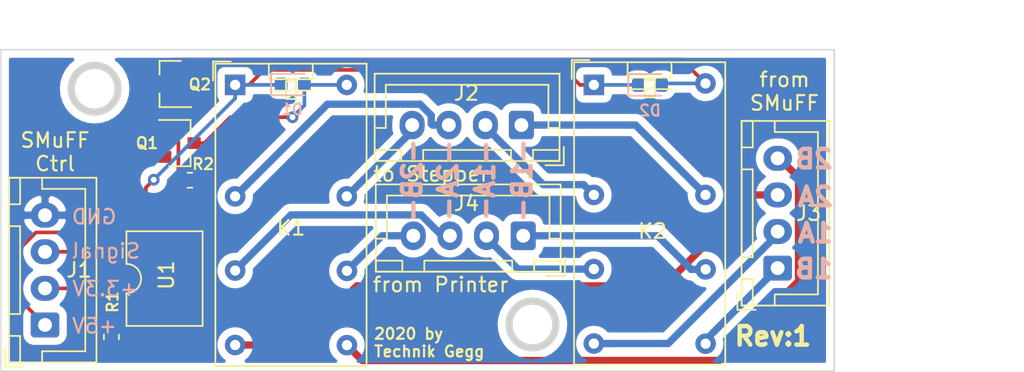
<source format=kicad_pcb>
(kicad_pcb (version 20171130) (host pcbnew "(5.1.2)-2")

  (general
    (thickness 1.6)
    (drawings 32)
    (tracks 121)
    (zones 0)
    (modules 13)
    (nets 22)
  )

  (page A4)
  (layers
    (0 F.Cu signal)
    (31 B.Cu signal)
    (32 B.Adhes user)
    (33 F.Adhes user)
    (34 B.Paste user)
    (35 F.Paste user)
    (36 B.SilkS user)
    (37 F.SilkS user)
    (38 B.Mask user)
    (39 F.Mask user)
    (40 Dwgs.User user hide)
    (41 Cmts.User user)
    (42 Eco1.User user)
    (43 Eco2.User user)
    (44 Edge.Cuts user)
    (45 Margin user hide)
    (46 B.CrtYd user hide)
    (47 F.CrtYd user hide)
    (48 B.Fab user)
    (49 F.Fab user hide)
  )

  (setup
    (last_trace_width 0.25)
    (user_trace_width 0.5)
    (trace_clearance 0.2)
    (zone_clearance 0.508)
    (zone_45_only no)
    (trace_min 0.2)
    (via_size 0.8)
    (via_drill 0.4)
    (via_min_size 0.4)
    (via_min_drill 0.3)
    (uvia_size 0.3)
    (uvia_drill 0.1)
    (uvias_allowed no)
    (uvia_min_size 0.2)
    (uvia_min_drill 0.1)
    (edge_width 0.05)
    (segment_width 0.2)
    (pcb_text_width 0.3)
    (pcb_text_size 1.5 1.5)
    (mod_edge_width 0.12)
    (mod_text_size 1 1)
    (mod_text_width 0.15)
    (pad_size 0.875 0.95)
    (pad_drill 0)
    (pad_to_mask_clearance 0.051)
    (solder_mask_min_width 0.25)
    (aux_axis_origin 88.9 47.9044)
    (grid_origin 88.9 69.85)
    (visible_elements 7FFFFFFF)
    (pcbplotparams
      (layerselection 0x010fc_ffffffff)
      (usegerberextensions false)
      (usegerberattributes false)
      (usegerberadvancedattributes false)
      (creategerberjobfile false)
      (excludeedgelayer true)
      (linewidth 0.100000)
      (plotframeref false)
      (viasonmask false)
      (mode 1)
      (useauxorigin false)
      (hpglpennumber 1)
      (hpglpenspeed 20)
      (hpglpendiameter 15.000000)
      (psnegative false)
      (psa4output false)
      (plotreference true)
      (plotvalue true)
      (plotinvisibletext false)
      (padsonsilk false)
      (subtractmaskfromsilk false)
      (outputformat 1)
      (mirror false)
      (drillshape 0)
      (scaleselection 1)
      (outputdirectory "Gerber/"))
  )

  (net 0 "")
  (net 1 "Net-(D1-Pad2)")
  (net 2 "Net-(D2-Pad2)")
  (net 3 "Net-(J1-Pad3)")
  (net 4 "Net-(J1-Pad2)")
  (net 5 "Net-(J2-Pad4)")
  (net 6 "Net-(J2-Pad3)")
  (net 7 "Net-(J2-Pad2)")
  (net 8 "Net-(J2-Pad1)")
  (net 9 "Net-(J3-Pad4)")
  (net 10 "Net-(J3-Pad3)")
  (net 11 "Net-(J3-Pad2)")
  (net 12 "Net-(J3-Pad1)")
  (net 13 "Net-(J4-Pad4)")
  (net 14 "Net-(J4-Pad3)")
  (net 15 "Net-(J4-Pad2)")
  (net 16 "Net-(J4-Pad1)")
  (net 17 "Net-(R1-Pad2)")
  (net 18 "Net-(R2-Pad2)")
  (net 19 "Net-(D1-Pad1)")
  (net 20 "Net-(J1-Pad4)")
  (net 21 "Net-(Q1-Pad1)")

  (net_class Default "Dies ist die voreingestellte Netzklasse."
    (clearance 0.2)
    (trace_width 0.25)
    (via_dia 0.8)
    (via_drill 0.4)
    (uvia_dia 0.3)
    (uvia_drill 0.1)
    (add_net "Net-(D1-Pad1)")
    (add_net "Net-(D1-Pad2)")
    (add_net "Net-(D2-Pad2)")
    (add_net "Net-(J1-Pad2)")
    (add_net "Net-(J1-Pad3)")
    (add_net "Net-(J1-Pad4)")
    (add_net "Net-(J2-Pad1)")
    (add_net "Net-(J2-Pad2)")
    (add_net "Net-(J2-Pad3)")
    (add_net "Net-(J2-Pad4)")
    (add_net "Net-(J3-Pad1)")
    (add_net "Net-(J3-Pad2)")
    (add_net "Net-(J3-Pad3)")
    (add_net "Net-(J3-Pad4)")
    (add_net "Net-(J4-Pad1)")
    (add_net "Net-(J4-Pad2)")
    (add_net "Net-(J4-Pad3)")
    (add_net "Net-(J4-Pad4)")
    (add_net "Net-(Q1-Pad1)")
    (add_net "Net-(R1-Pad2)")
    (add_net "Net-(R2-Pad2)")
  )

  (net_class Relay ""
    (clearance 0.5)
    (trace_width 0.5)
    (via_dia 1)
    (via_drill 0.4)
    (uvia_dia 0.3)
    (uvia_drill 0.1)
    (diff_pair_width 0.5)
    (diff_pair_gap 0.5)
  )

  (module Package_DIP:SMDIP-4_W9.53mm_Clearance8mm (layer F.Cu) (tedit 5A02E8C5) (tstamp 5FCCDBD7)
    (at 100.08108 63.53048 90)
    (descr "4-lead surface-mounted (SMD) DIP package, row spacing 9.53 mm (375 mils), Clearance8mm")
    (tags "SMD DIP DIL PDIP SMDIP 2.54mm 9.53mm 375mil Clearance8mm")
    (path /5FCC8653)
    (attr smd)
    (fp_text reference U1 (at 0.23368 0.127 90) (layer F.SilkS)
      (effects (font (size 1 1) (thickness 0.15)))
    )
    (fp_text value TLP521 (at 0 3.6 90) (layer F.Fab)
      (effects (font (size 1 1) (thickness 0.15)))
    )
    (fp_text user %R (at 0 0 90) (layer F.Fab)
      (effects (font (size 1 1) (thickness 0.15)))
    )
    (fp_line (start 5.8 -2.8) (end -5.8 -2.8) (layer F.CrtYd) (width 0.05))
    (fp_line (start 5.8 2.8) (end 5.8 -2.8) (layer F.CrtYd) (width 0.05))
    (fp_line (start -5.8 2.8) (end 5.8 2.8) (layer F.CrtYd) (width 0.05))
    (fp_line (start -5.8 -2.8) (end -5.8 2.8) (layer F.CrtYd) (width 0.05))
    (fp_line (start 3.235 -2.6) (end 1 -2.6) (layer F.SilkS) (width 0.12))
    (fp_line (start 3.235 2.6) (end 3.235 -2.6) (layer F.SilkS) (width 0.12))
    (fp_line (start -3.235 2.6) (end 3.235 2.6) (layer F.SilkS) (width 0.12))
    (fp_line (start -3.235 -2.6) (end -3.235 2.6) (layer F.SilkS) (width 0.12))
    (fp_line (start -1 -2.6) (end -3.235 -2.6) (layer F.SilkS) (width 0.12))
    (fp_line (start -3.175 -1.54) (end -2.175 -2.54) (layer F.Fab) (width 0.1))
    (fp_line (start -3.175 2.54) (end -3.175 -1.54) (layer F.Fab) (width 0.1))
    (fp_line (start 3.175 2.54) (end -3.175 2.54) (layer F.Fab) (width 0.1))
    (fp_line (start 3.175 -2.54) (end 3.175 2.54) (layer F.Fab) (width 0.1))
    (fp_line (start -2.175 -2.54) (end 3.175 -2.54) (layer F.Fab) (width 0.1))
    (fp_arc (start 0 -2.6) (end -1 -2.6) (angle -180) (layer F.SilkS) (width 0.12))
    (pad 4 smd rect (at 4.765 -1.27 90) (size 1.5 1.78) (layers F.Cu F.Paste F.Mask)
      (net 19 "Net-(D1-Pad1)"))
    (pad 2 smd rect (at -4.765 1.27 90) (size 1.5 1.78) (layers F.Cu F.Paste F.Mask)
      (net 3 "Net-(J1-Pad3)"))
    (pad 3 smd rect (at 4.765 1.27 90) (size 1.5 1.78) (layers F.Cu F.Paste F.Mask)
      (net 18 "Net-(R2-Pad2)"))
    (pad 1 smd rect (at -4.765 -1.27 90) (size 1.5 1.78) (layers F.Cu F.Paste F.Mask)
      (net 17 "Net-(R1-Pad2)"))
    (model ${KISYS3DMOD}/Package_DIP.3dshapes/SMDIP-4_W9.53mm.wrl
      (at (xyz 0 0 0))
      (scale (xyz 1 1 1))
      (rotate (xyz 0 0 0))
    )
  )

  (module Package_TO_SOT_SMD:SOT-23 (layer F.Cu) (tedit 5A02FF57) (tstamp 5FCCDBA1)
    (at 100.4984 50.231 180)
    (descr "SOT-23, Standard")
    (tags SOT-23)
    (path /5FCCADE4)
    (attr smd)
    (fp_text reference Q2 (at -1.99568 -0.03052 180) (layer F.SilkS)
      (effects (font (size 0.75 0.75) (thickness 0.15)))
    )
    (fp_text value BC847/547 (at 0 2.5) (layer F.Fab)
      (effects (font (size 1 1) (thickness 0.15)))
    )
    (fp_line (start 0.76 1.58) (end -0.7 1.58) (layer F.SilkS) (width 0.12))
    (fp_line (start 0.76 -1.58) (end -1.4 -1.58) (layer F.SilkS) (width 0.12))
    (fp_line (start -1.7 1.75) (end -1.7 -1.75) (layer F.CrtYd) (width 0.05))
    (fp_line (start 1.7 1.75) (end -1.7 1.75) (layer F.CrtYd) (width 0.05))
    (fp_line (start 1.7 -1.75) (end 1.7 1.75) (layer F.CrtYd) (width 0.05))
    (fp_line (start -1.7 -1.75) (end 1.7 -1.75) (layer F.CrtYd) (width 0.05))
    (fp_line (start 0.76 -1.58) (end 0.76 -0.65) (layer F.SilkS) (width 0.12))
    (fp_line (start 0.76 1.58) (end 0.76 0.65) (layer F.SilkS) (width 0.12))
    (fp_line (start -0.7 1.52) (end 0.7 1.52) (layer F.Fab) (width 0.1))
    (fp_line (start 0.7 -1.52) (end 0.7 1.52) (layer F.Fab) (width 0.1))
    (fp_line (start -0.7 -0.95) (end -0.15 -1.52) (layer F.Fab) (width 0.1))
    (fp_line (start -0.15 -1.52) (end 0.7 -1.52) (layer F.Fab) (width 0.1))
    (fp_line (start -0.7 -0.95) (end -0.7 1.5) (layer F.Fab) (width 0.1))
    (fp_text user %R (at 0 0 90) (layer F.Fab)
      (effects (font (size 0.5 0.5) (thickness 0.075)))
    )
    (pad 3 smd rect (at 1 0 180) (size 0.9 0.8) (layers F.Cu F.Paste F.Mask)
      (net 2 "Net-(D2-Pad2)"))
    (pad 2 smd rect (at -1 0.95 180) (size 0.9 0.8) (layers F.Cu F.Paste F.Mask)
      (net 20 "Net-(J1-Pad4)"))
    (pad 1 smd rect (at -1 -0.95 180) (size 0.9 0.8) (layers F.Cu F.Paste F.Mask)
      (net 21 "Net-(Q1-Pad1)"))
    (model ${KISYS3DMOD}/Package_TO_SOT_SMD.3dshapes/SOT-23.wrl
      (at (xyz 0 0 0))
      (scale (xyz 1 1 1))
      (rotate (xyz 0 0 0))
    )
  )

  (module Package_TO_SOT_SMD:SOT-23 (layer F.Cu) (tedit 5A02FF57) (tstamp 5FCCDB8F)
    (at 101.1014 54.2696)
    (descr "SOT-23, Standard")
    (tags SOT-23)
    (path /5FCCA429)
    (attr smd)
    (fp_text reference Q1 (at -2.21412 0.00512 180) (layer F.SilkS)
      (effects (font (size 0.75 0.75) (thickness 0.15)))
    )
    (fp_text value BC847/547 (at 0 2.5) (layer F.Fab)
      (effects (font (size 1 1) (thickness 0.15)))
    )
    (fp_line (start 0.76 1.58) (end -0.7 1.58) (layer F.SilkS) (width 0.12))
    (fp_line (start 0.76 -1.58) (end -1.4 -1.58) (layer F.SilkS) (width 0.12))
    (fp_line (start -1.7 1.75) (end -1.7 -1.75) (layer F.CrtYd) (width 0.05))
    (fp_line (start 1.7 1.75) (end -1.7 1.75) (layer F.CrtYd) (width 0.05))
    (fp_line (start 1.7 -1.75) (end 1.7 1.75) (layer F.CrtYd) (width 0.05))
    (fp_line (start -1.7 -1.75) (end 1.7 -1.75) (layer F.CrtYd) (width 0.05))
    (fp_line (start 0.76 -1.58) (end 0.76 -0.65) (layer F.SilkS) (width 0.12))
    (fp_line (start 0.76 1.58) (end 0.76 0.65) (layer F.SilkS) (width 0.12))
    (fp_line (start -0.7 1.52) (end 0.7 1.52) (layer F.Fab) (width 0.1))
    (fp_line (start 0.7 -1.52) (end 0.7 1.52) (layer F.Fab) (width 0.1))
    (fp_line (start -0.7 -0.95) (end -0.15 -1.52) (layer F.Fab) (width 0.1))
    (fp_line (start -0.15 -1.52) (end 0.7 -1.52) (layer F.Fab) (width 0.1))
    (fp_line (start -0.7 -0.95) (end -0.7 1.5) (layer F.Fab) (width 0.1))
    (fp_text user %R (at 0 0 90) (layer F.Fab)
      (effects (font (size 0.5 0.5) (thickness 0.075)))
    )
    (pad 3 smd rect (at 1 0) (size 0.9 0.8) (layers F.Cu F.Paste F.Mask)
      (net 1 "Net-(D1-Pad2)"))
    (pad 2 smd rect (at -1 0.95) (size 0.9 0.8) (layers F.Cu F.Paste F.Mask)
      (net 20 "Net-(J1-Pad4)"))
    (pad 1 smd rect (at -1 -0.95) (size 0.9 0.8) (layers F.Cu F.Paste F.Mask)
      (net 21 "Net-(Q1-Pad1)"))
    (model ${KISYS3DMOD}/Package_TO_SOT_SMD.3dshapes/SOT-23.wrl
      (at (xyz 0 0 0))
      (scale (xyz 1 1 1))
      (rotate (xyz 0 0 0))
    )
  )

  (module Resistor_SMD:R_0603_1608Metric (layer F.Cu) (tedit 5B301BBD) (tstamp 5FCCDBBF)
    (at 101.81346 56.80964)
    (descr "Resistor SMD 0603 (1608 Metric), square (rectangular) end terminal, IPC_7351 nominal, (Body size source: http://www.tortai-tech.com/upload/download/2011102023233369053.pdf), generated with kicad-footprint-generator")
    (tags resistor)
    (path /5FCC9B36)
    (attr smd)
    (fp_text reference R2 (at 0.90414 -1.10236) (layer F.SilkS)
      (effects (font (size 0.75 0.75) (thickness 0.15)))
    )
    (fp_text value 1K (at 0 1.43) (layer F.Fab)
      (effects (font (size 1 1) (thickness 0.15)))
    )
    (fp_text user %R (at 0 0) (layer F.Fab)
      (effects (font (size 0.4 0.4) (thickness 0.06)))
    )
    (fp_line (start 1.48 0.73) (end -1.48 0.73) (layer F.CrtYd) (width 0.05))
    (fp_line (start 1.48 -0.73) (end 1.48 0.73) (layer F.CrtYd) (width 0.05))
    (fp_line (start -1.48 -0.73) (end 1.48 -0.73) (layer F.CrtYd) (width 0.05))
    (fp_line (start -1.48 0.73) (end -1.48 -0.73) (layer F.CrtYd) (width 0.05))
    (fp_line (start -0.162779 0.51) (end 0.162779 0.51) (layer F.SilkS) (width 0.12))
    (fp_line (start -0.162779 -0.51) (end 0.162779 -0.51) (layer F.SilkS) (width 0.12))
    (fp_line (start 0.8 0.4) (end -0.8 0.4) (layer F.Fab) (width 0.1))
    (fp_line (start 0.8 -0.4) (end 0.8 0.4) (layer F.Fab) (width 0.1))
    (fp_line (start -0.8 -0.4) (end 0.8 -0.4) (layer F.Fab) (width 0.1))
    (fp_line (start -0.8 0.4) (end -0.8 -0.4) (layer F.Fab) (width 0.1))
    (pad 2 smd roundrect (at 0.7875 0) (size 0.875 0.95) (layers F.Cu F.Paste F.Mask) (roundrect_rratio 0.25)
      (net 18 "Net-(R2-Pad2)"))
    (pad 1 smd roundrect (at -0.7875 0) (size 0.875 0.95) (layers F.Cu F.Paste F.Mask) (roundrect_rratio 0.25)
      (net 21 "Net-(Q1-Pad1)"))
    (model ${KISYS3DMOD}/Resistor_SMD.3dshapes/R_0603_1608Metric.wrl
      (at (xyz 0 0 0))
      (scale (xyz 1 1 1))
      (rotate (xyz 0 0 0))
    )
  )

  (module Resistor_SMD:R_0603_1608Metric (layer F.Cu) (tedit 5B301BBD) (tstamp 5FCCDBB0)
    (at 96.45396 67.52326 270)
    (descr "Resistor SMD 0603 (1608 Metric), square (rectangular) end terminal, IPC_7351 nominal, (Body size source: http://www.tortai-tech.com/upload/download/2011102023233369053.pdf), generated with kicad-footprint-generator")
    (tags resistor)
    (path /5FCC9115)
    (attr smd)
    (fp_text reference R1 (at -2.39268 -0.08128 90) (layer F.SilkS)
      (effects (font (size 0.75 0.75) (thickness 0.15)))
    )
    (fp_text value 390R (at 0 1.43 90) (layer F.Fab)
      (effects (font (size 1 1) (thickness 0.15)))
    )
    (fp_text user %R (at 0.9905 0.0635 90) (layer F.Fab)
      (effects (font (size 0.4 0.4) (thickness 0.06)))
    )
    (fp_line (start 1.48 0.73) (end -1.48 0.73) (layer F.CrtYd) (width 0.05))
    (fp_line (start 1.48 -0.73) (end 1.48 0.73) (layer F.CrtYd) (width 0.05))
    (fp_line (start -1.48 -0.73) (end 1.48 -0.73) (layer F.CrtYd) (width 0.05))
    (fp_line (start -1.48 0.73) (end -1.48 -0.73) (layer F.CrtYd) (width 0.05))
    (fp_line (start -0.162779 0.51) (end 0.162779 0.51) (layer F.SilkS) (width 0.12))
    (fp_line (start -0.162779 -0.51) (end 0.162779 -0.51) (layer F.SilkS) (width 0.12))
    (fp_line (start 0.8 0.4) (end -0.8 0.4) (layer F.Fab) (width 0.1))
    (fp_line (start 0.8 -0.4) (end 0.8 0.4) (layer F.Fab) (width 0.1))
    (fp_line (start -0.8 -0.4) (end 0.8 -0.4) (layer F.Fab) (width 0.1))
    (fp_line (start -0.8 0.4) (end -0.8 -0.4) (layer F.Fab) (width 0.1))
    (pad 2 smd roundrect (at 0.7875 0 270) (size 0.875 0.95) (layers F.Cu F.Paste F.Mask) (roundrect_rratio 0.25)
      (net 17 "Net-(R1-Pad2)"))
    (pad 1 smd roundrect (at -0.7875 0 270) (size 0.875 0.95) (layers F.Cu F.Paste F.Mask) (roundrect_rratio 0.25)
      (net 4 "Net-(J1-Pad2)"))
    (model ${KISYS3DMOD}/Resistor_SMD.3dshapes/R_0603_1608Metric.wrl
      (at (xyz 0 0 0))
      (scale (xyz 1 1 1))
      (rotate (xyz 0 0 0))
    )
  )

  (module Diode_SMD:D_0603_1608Metric (layer B.Cu) (tedit 5FCDE019) (tstamp 5FCCDA89)
    (at 133.2229 50.292)
    (descr "Diode SMD 0603 (1608 Metric), square (rectangular) end terminal, IPC_7351 nominal, (Body size source: http://www.tortai-tech.com/upload/download/2011102023233369053.pdf), generated with kicad-footprint-generator")
    (tags diode)
    (path /5FCCDE35)
    (attr smd)
    (fp_text reference D2 (at 0.0001 1.7526) (layer B.SilkS)
      (effects (font (size 0.75 0.75) (thickness 0.15)) (justify mirror))
    )
    (fp_text value 1N4148 (at -0.0761 -1.397) (layer B.Fab)
      (effects (font (size 0.75 0.75) (thickness 0.15)) (justify mirror))
    )
    (fp_text user %R (at 0 0) (layer B.Fab)
      (effects (font (size 0.4 0.4) (thickness 0.06)) (justify mirror))
    )
    (fp_line (start 1.48 -0.73) (end -1.48 -0.73) (layer B.CrtYd) (width 0.05))
    (fp_line (start 1.48 0.73) (end 1.48 -0.73) (layer B.CrtYd) (width 0.05))
    (fp_line (start -1.48 0.73) (end 1.48 0.73) (layer B.CrtYd) (width 0.05))
    (fp_line (start -1.48 -0.73) (end -1.48 0.73) (layer B.CrtYd) (width 0.05))
    (fp_line (start -1.485 -0.735) (end 0.8 -0.735) (layer B.SilkS) (width 0.12))
    (fp_line (start -1.485 0.735) (end -1.485 -0.735) (layer B.SilkS) (width 0.12))
    (fp_line (start 0.8 0.735) (end -1.485 0.735) (layer B.SilkS) (width 0.12))
    (fp_line (start 0.8 -0.4) (end 0.8 0.4) (layer B.Fab) (width 0.1))
    (fp_line (start -0.8 -0.4) (end 0.8 -0.4) (layer B.Fab) (width 0.1))
    (fp_line (start -0.8 0.1) (end -0.8 -0.4) (layer B.Fab) (width 0.1))
    (fp_line (start -0.5 0.4) (end -0.8 0.1) (layer B.Fab) (width 0.1))
    (fp_line (start 0.8 0.4) (end -0.5 0.4) (layer B.Fab) (width 0.1))
    (pad 2 smd roundrect (at 0.7875 0) (size 0.875 0.95) (layers B.Cu B.Paste B.Mask) (roundrect_rratio 0.25)
      (net 2 "Net-(D2-Pad2)"))
    (pad 1 smd roundrect (at -0.7953 0) (size 0.875 0.95) (layers B.Cu B.Paste B.Mask) (roundrect_rratio 0.25)
      (net 19 "Net-(D1-Pad1)"))
    (model ${KISYS3DMOD}/Diode_SMD.3dshapes/D_0603_1608Metric.wrl
      (at (xyz 0 0 0))
      (scale (xyz 1 1 1))
      (rotate (xyz 0 0 0))
    )
  )

  (module Diode_SMD:D_0603_1608Metric (layer B.Cu) (tedit 5FCDE013) (tstamp 5FCE1F04)
    (at 108.8389 50.2666)
    (descr "Diode SMD 0603 (1608 Metric), square (rectangular) end terminal, IPC_7351 nominal, (Body size source: http://www.tortai-tech.com/upload/download/2011102023233369053.pdf), generated with kicad-footprint-generator")
    (tags diode)
    (path /5FCCC4A8)
    (attr smd)
    (fp_text reference D1 (at -0.0507 1.7018 180) (layer B.SilkS)
      (effects (font (size 0.75 0.75) (thickness 0.15)) (justify mirror))
    )
    (fp_text value 1N4148 (at 0.0509 -1.4732 180) (layer B.Fab)
      (effects (font (size 0.75 0.75) (thickness 0.15)) (justify mirror))
    )
    (fp_text user %R (at 1.27 -0.127 180) (layer B.Fab)
      (effects (font (size 0.4 0.4) (thickness 0.06)) (justify mirror))
    )
    (fp_line (start 1.48 -0.73) (end -1.48 -0.73) (layer B.CrtYd) (width 0.05))
    (fp_line (start 1.48 0.73) (end 1.48 -0.73) (layer B.CrtYd) (width 0.05))
    (fp_line (start -1.48 0.73) (end 1.48 0.73) (layer B.CrtYd) (width 0.05))
    (fp_line (start -1.48 -0.73) (end -1.48 0.73) (layer B.CrtYd) (width 0.05))
    (fp_line (start -1.485 -0.735) (end 0.8 -0.735) (layer B.SilkS) (width 0.12))
    (fp_line (start -1.485 0.735) (end -1.485 -0.735) (layer B.SilkS) (width 0.12))
    (fp_line (start 0.8 0.735) (end -1.485 0.735) (layer B.SilkS) (width 0.12))
    (fp_line (start 0.8 -0.4) (end 0.8 0.4) (layer B.Fab) (width 0.1))
    (fp_line (start -0.8 -0.4) (end 0.8 -0.4) (layer B.Fab) (width 0.1))
    (fp_line (start -0.8 0.1) (end -0.8 -0.4) (layer B.Fab) (width 0.1))
    (fp_line (start -0.5 0.4) (end -0.8 0.1) (layer B.Fab) (width 0.1))
    (fp_line (start 0.8 0.4) (end -0.5 0.4) (layer B.Fab) (width 0.1))
    (pad 2 smd roundrect (at 0.7875 0) (size 0.875 0.95) (layers B.Cu B.Paste B.Mask) (roundrect_rratio 0.25)
      (net 1 "Net-(D1-Pad2)"))
    (pad 1 smd roundrect (at -0.7953 0) (size 0.875 0.95) (layers B.Cu B.Paste B.Mask) (roundrect_rratio 0.25)
      (net 19 "Net-(D1-Pad1)"))
    (model ${KISYS3DMOD}/Diode_SMD.3dshapes/D_0603_1608Metric.wrl
      (at (xyz 0 0 0))
      (scale (xyz 1 1 1))
      (rotate (xyz 0 0 0))
    )
  )

  (module Relay_THT:Relay_DPDT_Omron_G5V-2 (layer F.Cu) (tedit 5FCDDFFF) (tstamp 5FCD4182)
    (at 129.3876 50.1904)
    (descr http://omronfs.omron.com/en_US/ecb/products/pdf/en-g5v2.pdf)
    (tags "Omron G5V-2 Relay DPDT")
    (path /5FD6D57A)
    (fp_text reference K2 (at 4.0005 10.0965) (layer F.SilkS)
      (effects (font (size 1 1) (thickness 0.15)))
    )
    (fp_text value G6A-274P (at -2.41 9.01 90) (layer F.Fab)
      (effects (font (size 1 1) (thickness 0.15)))
    )
    (fp_line (start -1.45 -1.55) (end -1.45 19.33) (layer F.CrtYd) (width 0.05))
    (fp_line (start 4.17 -0.24) (end 3.47 -0.24) (layer F.SilkS) (width 0.12))
    (fp_line (start 4.17 0.96) (end 4.17 -0.24) (layer F.SilkS) (width 0.12))
    (fp_line (start 3.47 0.96) (end 4.17 0.96) (layer F.SilkS) (width 0.12))
    (fp_line (start 3.47 -0.24) (end 3.47 0.96) (layer F.SilkS) (width 0.12))
    (fp_line (start 3.47 0.56) (end 4.17 0.16) (layer F.SilkS) (width 0.12))
    (fp_line (start 4.17 0.39) (end 5.27 0.39) (layer F.SilkS) (width 0.12))
    (fp_line (start 3.47 0.39) (end 2.37 0.39) (layer F.SilkS) (width 0.12))
    (fp_text user %R (at 3.94 9.16) (layer F.Fab)
      (effects (font (size 1 1) (thickness 0.15)))
    )
    (fp_line (start 9.07 -1.55) (end 9.07 19.33) (layer F.CrtYd) (width 0.05))
    (fp_line (start -1.45 -1.55) (end 9.07 -1.55) (layer F.CrtYd) (width 0.05))
    (fp_line (start 9.07 19.33) (end -1.45 19.33) (layer F.CrtYd) (width 0.05))
    (fp_line (start 5.3 -0.39) (end 5.3 -1.45) (layer F.SilkS) (width 0.12))
    (fp_line (start 2.3 -0.39) (end 5.3 -0.39) (layer F.SilkS) (width 0.12))
    (fp_line (start 2.3 -1.45) (end 2.3 -0.41) (layer F.SilkS) (width 0.12))
    (fp_line (start 8.97 -1.45) (end -1.35 -1.45) (layer F.SilkS) (width 0.12))
    (fp_line (start 8.97 19.22) (end 8.97 -1.45) (layer F.SilkS) (width 0.12))
    (fp_line (start -1.35 19.22) (end 8.97 19.22) (layer F.SilkS) (width 0.12))
    (fp_line (start -1.35 -1.45) (end -1.35 19.22) (layer F.SilkS) (width 0.12))
    (fp_line (start 8.83 19.07) (end 8.83 -1.31) (layer F.Fab) (width 0.12))
    (fp_line (start -1.21 19.07) (end 8.83 19.07) (layer F.Fab) (width 0.12))
    (fp_line (start -1.21 -0.3) (end -1.21 19.58) (layer F.Fab) (width 0.12))
    (fp_line (start 8.83 -1.31) (end -0.3 -1.31) (layer F.Fab) (width 0.12))
    (fp_line (start -1.21 -0.3) (end -0.3 -1.31) (layer F.Fab) (width 0.12))
    (fp_line (start -1.51 -0.3) (end -1.51 -1.6) (layer F.SilkS) (width 0.12))
    (fp_line (start -1.51 -1.6) (end -0.3 -1.6) (layer F.SilkS) (width 0.12))
    (pad 13 thru_hole circle (at 7.62 7.62) (size 1.4 1.4) (drill 0.7) (layers *.Cu *.Mask)
      (net 8 "Net-(J2-Pad1)"))
    (pad 9 thru_hole circle (at 7.63 17.79) (size 1.4 1.4) (drill 0.7) (layers *.Cu *.Mask)
      (net 12 "Net-(J3-Pad1)"))
    (pad 11 thru_hole circle (at 7.63 12.71) (size 1.4 1.4) (drill 0.7) (layers *.Cu *.Mask)
      (net 16 "Net-(J4-Pad1)"))
    (pad 4 thru_hole circle (at 0 7.62) (size 1.4 1.4) (drill 0.7) (layers *.Cu *.Mask)
      (net 7 "Net-(J2-Pad2)"))
    (pad 8 thru_hole circle (at 0 17.78) (size 1.4 1.4) (drill 0.7) (layers *.Cu *.Mask)
      (net 11 "Net-(J3-Pad2)"))
    (pad 6 thru_hole circle (at 0 12.69) (size 1.4 1.4) (drill 0.7) (layers *.Cu *.Mask)
      (net 15 "Net-(J4-Pad2)"))
    (pad 16 thru_hole circle (at 7.62 0) (size 1.4 1.4) (drill 0.7) (layers *.Cu *.Mask)
      (net 2 "Net-(D2-Pad2)"))
    (pad 1 thru_hole rect (at 0 0.0996) (size 1.4 1.4) (drill 0.7) (layers *.Cu *.Mask)
      (net 19 "Net-(D1-Pad1)"))
    (model ${KISYS3DMOD}/Relay_THT.3dshapes/Relay_DPDT_Omron_G5V-2.wrl
      (at (xyz 0 0 0))
      (scale (xyz 1 1 1))
      (rotate (xyz 0 0 0))
    )
  )

  (module Relay_THT:Relay_DPDT_Omron_G5V-2 (layer F.Cu) (tedit 5FCDDFF6) (tstamp 5FCD0085)
    (at 104.902 50.292)
    (descr http://omronfs.omron.com/en_US/ecb/products/pdf/en-g5v2.pdf)
    (tags "Omron G5V-2 Relay DPDT")
    (path /5FD63F36)
    (fp_text reference K1 (at 3.81 9.779) (layer F.SilkS)
      (effects (font (size 1 1) (thickness 0.15)))
    )
    (fp_text value G6A-274P (at -2.41 9.01 90) (layer F.Fab)
      (effects (font (size 1 1) (thickness 0.15)))
    )
    (fp_line (start -1.45 -1.55) (end -1.45 19.33) (layer F.CrtYd) (width 0.05))
    (fp_line (start 4.17 -0.24) (end 3.47 -0.24) (layer F.SilkS) (width 0.12))
    (fp_line (start 4.17 0.96) (end 4.17 -0.24) (layer F.SilkS) (width 0.12))
    (fp_line (start 3.47 0.96) (end 4.17 0.96) (layer F.SilkS) (width 0.12))
    (fp_line (start 3.47 -0.24) (end 3.47 0.96) (layer F.SilkS) (width 0.12))
    (fp_line (start 3.47 0.56) (end 4.17 0.16) (layer F.SilkS) (width 0.12))
    (fp_line (start 4.17 0.39) (end 5.27 0.39) (layer F.SilkS) (width 0.12))
    (fp_line (start 3.47 0.39) (end 2.37 0.39) (layer F.SilkS) (width 0.12))
    (fp_text user %R (at 3.94 9.16) (layer F.Fab)
      (effects (font (size 1 1) (thickness 0.15)))
    )
    (fp_line (start 9.07 -1.55) (end 9.07 19.33) (layer F.CrtYd) (width 0.05))
    (fp_line (start -1.45 -1.55) (end 9.07 -1.55) (layer F.CrtYd) (width 0.05))
    (fp_line (start 9.07 19.33) (end -1.45 19.33) (layer F.CrtYd) (width 0.05))
    (fp_line (start 5.3 -0.39) (end 5.3 -1.45) (layer F.SilkS) (width 0.12))
    (fp_line (start 2.3 -0.39) (end 5.3 -0.39) (layer F.SilkS) (width 0.12))
    (fp_line (start 2.3 -1.45) (end 2.3 -0.41) (layer F.SilkS) (width 0.12))
    (fp_line (start 8.97 -1.45) (end -1.35 -1.45) (layer F.SilkS) (width 0.12))
    (fp_line (start 8.97 19.22) (end 8.97 -1.45) (layer F.SilkS) (width 0.12))
    (fp_line (start -1.35 19.22) (end 8.97 19.22) (layer F.SilkS) (width 0.12))
    (fp_line (start -1.35 -1.45) (end -1.35 19.22) (layer F.SilkS) (width 0.12))
    (fp_line (start 8.83 19.07) (end 8.83 -1.31) (layer F.Fab) (width 0.12))
    (fp_line (start -1.21 19.07) (end 8.83 19.07) (layer F.Fab) (width 0.12))
    (fp_line (start -1.21 -0.3) (end -1.21 19.58) (layer F.Fab) (width 0.12))
    (fp_line (start 8.83 -1.31) (end -0.3 -1.31) (layer F.Fab) (width 0.12))
    (fp_line (start -1.21 -0.3) (end -0.3 -1.31) (layer F.Fab) (width 0.12))
    (fp_line (start -1.51 -0.3) (end -1.51 -1.6) (layer F.SilkS) (width 0.12))
    (fp_line (start -1.51 -1.6) (end -0.3 -1.6) (layer F.SilkS) (width 0.12))
    (pad 13 thru_hole circle (at 7.62 7.62) (size 1.4 1.4) (drill 0.7) (layers *.Cu *.Mask)
      (net 5 "Net-(J2-Pad4)"))
    (pad 9 thru_hole circle (at 7.63 17.79) (size 1.4 1.4) (drill 0.7) (layers *.Cu *.Mask)
      (net 9 "Net-(J3-Pad4)"))
    (pad 11 thru_hole circle (at 7.63 12.71) (size 1.4 1.4) (drill 0.7) (layers *.Cu *.Mask)
      (net 13 "Net-(J4-Pad4)"))
    (pad 4 thru_hole circle (at 0 7.62) (size 1.4 1.4) (drill 0.7) (layers *.Cu *.Mask)
      (net 6 "Net-(J2-Pad3)"))
    (pad 8 thru_hole circle (at 0 17.78) (size 1.4 1.4) (drill 0.7) (layers *.Cu *.Mask)
      (net 10 "Net-(J3-Pad3)"))
    (pad 6 thru_hole circle (at 0 12.69) (size 1.4 1.4) (drill 0.7) (layers *.Cu *.Mask)
      (net 14 "Net-(J4-Pad3)"))
    (pad 16 thru_hole circle (at 7.62 0) (size 1.4 1.4) (drill 0.7) (layers *.Cu *.Mask)
      (net 1 "Net-(D1-Pad2)"))
    (pad 1 thru_hole rect (at 0 -0.002) (size 1.4 1.4) (drill 0.7) (layers *.Cu *.Mask)
      (net 19 "Net-(D1-Pad1)"))
    (model ${KISYS3DMOD}/Relay_THT.3dshapes/Relay_DPDT_Omron_G5V-2.wrl
      (at (xyz 0 0 0))
      (scale (xyz 1 1 1))
      (rotate (xyz 0 0 0))
    )
  )

  (module Connector_JST:JST_XH_B4B-XH-A_1x04_P2.50mm_Vertical (layer F.Cu) (tedit 5FCDDFE3) (tstamp 5FCDF0CD)
    (at 124.5616 60.6044 180)
    (descr "JST XH series connector, B4B-XH-A (http://www.jst-mfg.com/product/pdf/eng/eXH.pdf), generated with kicad-footprint-generator")
    (tags "connector JST XH vertical")
    (path /5FCD6014)
    (fp_text reference J4 (at 3.8735 2.2098) (layer F.SilkS)
      (effects (font (size 1 1) (thickness 0.15)))
    )
    (fp_text value "JST XH" (at 3.75 4.6) (layer F.Fab)
      (effects (font (size 1 1) (thickness 0.15)))
    )
    (fp_text user %R (at 3.75 2.7) (layer F.Fab)
      (effects (font (size 1 1) (thickness 0.15)))
    )
    (fp_line (start -2.85 -2.75) (end -2.85 -1.5) (layer F.SilkS) (width 0.12))
    (fp_line (start -1.6 -2.75) (end -2.85 -2.75) (layer F.SilkS) (width 0.12))
    (fp_line (start 9.3 2.75) (end 3.75 2.75) (layer F.SilkS) (width 0.12))
    (fp_line (start 9.3 -0.2) (end 9.3 2.75) (layer F.SilkS) (width 0.12))
    (fp_line (start 10.05 -0.2) (end 9.3 -0.2) (layer F.SilkS) (width 0.12))
    (fp_line (start -1.8 2.75) (end 3.75 2.75) (layer F.SilkS) (width 0.12))
    (fp_line (start -1.8 -0.2) (end -1.8 2.75) (layer F.SilkS) (width 0.12))
    (fp_line (start -2.55 -0.2) (end -1.8 -0.2) (layer F.SilkS) (width 0.12))
    (fp_line (start 10.05 -2.45) (end 8.25 -2.45) (layer F.SilkS) (width 0.12))
    (fp_line (start 10.05 -1.7) (end 10.05 -2.45) (layer F.SilkS) (width 0.12))
    (fp_line (start 8.25 -1.7) (end 10.05 -1.7) (layer F.SilkS) (width 0.12))
    (fp_line (start 8.25 -2.45) (end 8.25 -1.7) (layer F.SilkS) (width 0.12))
    (fp_line (start -0.75 -2.45) (end -2.55 -2.45) (layer F.SilkS) (width 0.12))
    (fp_line (start -0.75 -1.7) (end -0.75 -2.45) (layer F.SilkS) (width 0.12))
    (fp_line (start -2.55 -1.7) (end -0.75 -1.7) (layer F.SilkS) (width 0.12))
    (fp_line (start -2.55 -2.45) (end -2.55 -1.7) (layer F.SilkS) (width 0.12))
    (fp_line (start 6.75 -2.45) (end 0.75 -2.45) (layer F.SilkS) (width 0.12))
    (fp_line (start 6.75 -1.7) (end 6.75 -2.45) (layer F.SilkS) (width 0.12))
    (fp_line (start 0.75 -1.7) (end 6.75 -1.7) (layer F.SilkS) (width 0.12))
    (fp_line (start 0.75 -2.45) (end 0.75 -1.7) (layer F.SilkS) (width 0.12))
    (fp_line (start 0 -1.35) (end 0.625 -2.35) (layer F.Fab) (width 0.1))
    (fp_line (start -0.625 -2.35) (end 0 -1.35) (layer F.Fab) (width 0.1))
    (fp_line (start 10.45 -2.85) (end -2.95 -2.85) (layer F.CrtYd) (width 0.05))
    (fp_line (start 10.45 3.9) (end 10.45 -2.85) (layer F.CrtYd) (width 0.05))
    (fp_line (start -2.95 3.9) (end 10.45 3.9) (layer F.CrtYd) (width 0.05))
    (fp_line (start -2.95 -2.85) (end -2.95 3.9) (layer F.CrtYd) (width 0.05))
    (fp_line (start 10.06 -2.46) (end -2.56 -2.46) (layer F.SilkS) (width 0.12))
    (fp_line (start 10.06 3.51) (end 10.06 -2.46) (layer F.SilkS) (width 0.12))
    (fp_line (start -2.56 3.51) (end 10.06 3.51) (layer F.SilkS) (width 0.12))
    (fp_line (start -2.56 -2.46) (end -2.56 3.51) (layer F.SilkS) (width 0.12))
    (fp_line (start 9.95 -2.35) (end -2.45 -2.35) (layer F.Fab) (width 0.1))
    (fp_line (start 9.95 3.4) (end 9.95 -2.35) (layer F.Fab) (width 0.1))
    (fp_line (start -2.45 3.4) (end 9.95 3.4) (layer F.Fab) (width 0.1))
    (fp_line (start -2.45 -2.35) (end -2.45 3.4) (layer F.Fab) (width 0.1))
    (pad 4 thru_hole oval (at 7.5 0 180) (size 1.7 1.95) (drill 0.95) (layers *.Cu *.Mask)
      (net 13 "Net-(J4-Pad4)"))
    (pad 3 thru_hole oval (at 5 0 180) (size 1.7 1.95) (drill 0.95) (layers *.Cu *.Mask)
      (net 14 "Net-(J4-Pad3)"))
    (pad 2 thru_hole oval (at 2.5 0 180) (size 1.7 1.95) (drill 0.95) (layers *.Cu *.Mask)
      (net 15 "Net-(J4-Pad2)"))
    (pad 1 thru_hole roundrect (at -0.0048 0 180) (size 1.7 1.95) (drill 0.95) (layers *.Cu *.Mask) (roundrect_rratio 0.147)
      (net 16 "Net-(J4-Pad1)"))
    (model ${KISYS3DMOD}/Connector_JST.3dshapes/JST_XH_B4B-XH-A_1x04_P2.50mm_Vertical.wrl
      (at (xyz 0 0 0))
      (scale (xyz 1 1 1))
      (rotate (xyz 0 0 0))
    )
  )

  (module Connector_JST:JST_XH_B4B-XH-A_1x04_P2.50mm_Vertical (layer F.Cu) (tedit 5C28146C) (tstamp 5FCD408B)
    (at 141.9352 62.8142 90)
    (descr "JST XH series connector, B4B-XH-A (http://www.jst-mfg.com/product/pdf/eng/eXH.pdf), generated with kicad-footprint-generator")
    (tags "connector JST XH vertical")
    (path /5FCD7D7F)
    (fp_text reference J3 (at 3.7465 2.1209 180) (layer F.SilkS)
      (effects (font (size 1 1) (thickness 0.15)))
    )
    (fp_text value "JST XH" (at 3.75 4.6 90) (layer F.Fab)
      (effects (font (size 1 1) (thickness 0.15)))
    )
    (fp_text user %R (at 3.75 2.7 90) (layer F.Fab)
      (effects (font (size 1 1) (thickness 0.15)))
    )
    (fp_line (start -2.85 -2.75) (end -2.85 -1.5) (layer F.SilkS) (width 0.12))
    (fp_line (start -1.6 -2.75) (end -2.85 -2.75) (layer F.SilkS) (width 0.12))
    (fp_line (start 9.3 2.75) (end 3.75 2.75) (layer F.SilkS) (width 0.12))
    (fp_line (start 9.3 -0.2) (end 9.3 2.75) (layer F.SilkS) (width 0.12))
    (fp_line (start 10.05 -0.2) (end 9.3 -0.2) (layer F.SilkS) (width 0.12))
    (fp_line (start -1.8 2.75) (end 3.75 2.75) (layer F.SilkS) (width 0.12))
    (fp_line (start -1.8 -0.2) (end -1.8 2.75) (layer F.SilkS) (width 0.12))
    (fp_line (start -2.55 -0.2) (end -1.8 -0.2) (layer F.SilkS) (width 0.12))
    (fp_line (start 10.05 -2.45) (end 8.25 -2.45) (layer F.SilkS) (width 0.12))
    (fp_line (start 10.05 -1.7) (end 10.05 -2.45) (layer F.SilkS) (width 0.12))
    (fp_line (start 8.25 -1.7) (end 10.05 -1.7) (layer F.SilkS) (width 0.12))
    (fp_line (start 8.25 -2.45) (end 8.25 -1.7) (layer F.SilkS) (width 0.12))
    (fp_line (start -0.75 -2.45) (end -2.55 -2.45) (layer F.SilkS) (width 0.12))
    (fp_line (start -0.75 -1.7) (end -0.75 -2.45) (layer F.SilkS) (width 0.12))
    (fp_line (start -2.55 -1.7) (end -0.75 -1.7) (layer F.SilkS) (width 0.12))
    (fp_line (start -2.55 -2.45) (end -2.55 -1.7) (layer F.SilkS) (width 0.12))
    (fp_line (start 6.75 -2.45) (end 0.75 -2.45) (layer F.SilkS) (width 0.12))
    (fp_line (start 6.75 -1.7) (end 6.75 -2.45) (layer F.SilkS) (width 0.12))
    (fp_line (start 0.75 -1.7) (end 6.75 -1.7) (layer F.SilkS) (width 0.12))
    (fp_line (start 0.75 -2.45) (end 0.75 -1.7) (layer F.SilkS) (width 0.12))
    (fp_line (start 0 -1.35) (end 0.625 -2.35) (layer F.Fab) (width 0.1))
    (fp_line (start -0.625 -2.35) (end 0 -1.35) (layer F.Fab) (width 0.1))
    (fp_line (start 10.45 -2.85) (end -2.95 -2.85) (layer F.CrtYd) (width 0.05))
    (fp_line (start 10.45 3.9) (end 10.45 -2.85) (layer F.CrtYd) (width 0.05))
    (fp_line (start -2.95 3.9) (end 10.45 3.9) (layer F.CrtYd) (width 0.05))
    (fp_line (start -2.95 -2.85) (end -2.95 3.9) (layer F.CrtYd) (width 0.05))
    (fp_line (start 10.06 -2.46) (end -2.56 -2.46) (layer F.SilkS) (width 0.12))
    (fp_line (start 10.06 3.51) (end 10.06 -2.46) (layer F.SilkS) (width 0.12))
    (fp_line (start -2.56 3.51) (end 10.06 3.51) (layer F.SilkS) (width 0.12))
    (fp_line (start -2.56 -2.46) (end -2.56 3.51) (layer F.SilkS) (width 0.12))
    (fp_line (start 9.95 -2.35) (end -2.45 -2.35) (layer F.Fab) (width 0.1))
    (fp_line (start 9.95 3.4) (end 9.95 -2.35) (layer F.Fab) (width 0.1))
    (fp_line (start -2.45 3.4) (end 9.95 3.4) (layer F.Fab) (width 0.1))
    (fp_line (start -2.45 -2.35) (end -2.45 3.4) (layer F.Fab) (width 0.1))
    (pad 4 thru_hole oval (at 7.5 0 90) (size 1.7 1.95) (drill 0.95) (layers *.Cu *.Mask)
      (net 9 "Net-(J3-Pad4)"))
    (pad 3 thru_hole oval (at 5 0 90) (size 1.7 1.95) (drill 0.95) (layers *.Cu *.Mask)
      (net 10 "Net-(J3-Pad3)"))
    (pad 2 thru_hole oval (at 2.5 0 90) (size 1.7 1.95) (drill 0.95) (layers *.Cu *.Mask)
      (net 11 "Net-(J3-Pad2)"))
    (pad 1 thru_hole roundrect (at 0 0 90) (size 1.7 1.95) (drill 0.95) (layers *.Cu *.Mask) (roundrect_rratio 0.147059)
      (net 12 "Net-(J3-Pad1)"))
    (model ${KISYS3DMOD}/Connector_JST.3dshapes/JST_XH_B4B-XH-A_1x04_P2.50mm_Vertical.wrl
      (at (xyz 0 0 0))
      (scale (xyz 1 1 1))
      (rotate (xyz 0 0 0))
    )
  )

  (module Connector_JST:JST_XH_B4B-XH-A_1x04_P2.50mm_Vertical (layer F.Cu) (tedit 5FCDDFEB) (tstamp 5FCDF04F)
    (at 124.4854 53.0352 180)
    (descr "JST XH series connector, B4B-XH-A (http://www.jst-mfg.com/product/pdf/eng/eXH.pdf), generated with kicad-footprint-generator")
    (tags "connector JST XH vertical")
    (path /5FCD70A2)
    (fp_text reference J2 (at 3.7973 2.1844) (layer F.SilkS)
      (effects (font (size 1 1) (thickness 0.15)))
    )
    (fp_text value "JST XH" (at 3.75 4.6) (layer F.Fab)
      (effects (font (size 1 1) (thickness 0.15)))
    )
    (fp_text user %R (at 3.75 2.7) (layer F.Fab)
      (effects (font (size 1 1) (thickness 0.15)))
    )
    (fp_line (start -2.85 -2.75) (end -2.85 -1.5) (layer F.SilkS) (width 0.12))
    (fp_line (start -1.6 -2.75) (end -2.85 -2.75) (layer F.SilkS) (width 0.12))
    (fp_line (start 9.3 2.75) (end 3.75 2.75) (layer F.SilkS) (width 0.12))
    (fp_line (start 9.3 -0.2) (end 9.3 2.75) (layer F.SilkS) (width 0.12))
    (fp_line (start 10.05 -0.2) (end 9.3 -0.2) (layer F.SilkS) (width 0.12))
    (fp_line (start -1.8 2.75) (end 3.75 2.75) (layer F.SilkS) (width 0.12))
    (fp_line (start -1.8 -0.2) (end -1.8 2.75) (layer F.SilkS) (width 0.12))
    (fp_line (start -2.55 -0.2) (end -1.8 -0.2) (layer F.SilkS) (width 0.12))
    (fp_line (start 10.05 -2.45) (end 8.25 -2.45) (layer F.SilkS) (width 0.12))
    (fp_line (start 10.05 -1.7) (end 10.05 -2.45) (layer F.SilkS) (width 0.12))
    (fp_line (start 8.25 -1.7) (end 10.05 -1.7) (layer F.SilkS) (width 0.12))
    (fp_line (start 8.25 -2.45) (end 8.25 -1.7) (layer F.SilkS) (width 0.12))
    (fp_line (start -0.75 -2.45) (end -2.55 -2.45) (layer F.SilkS) (width 0.12))
    (fp_line (start -0.75 -1.7) (end -0.75 -2.45) (layer F.SilkS) (width 0.12))
    (fp_line (start -2.55 -1.7) (end -0.75 -1.7) (layer F.SilkS) (width 0.12))
    (fp_line (start -2.55 -2.45) (end -2.55 -1.7) (layer F.SilkS) (width 0.12))
    (fp_line (start 6.75 -2.45) (end 0.75 -2.45) (layer F.SilkS) (width 0.12))
    (fp_line (start 6.75 -1.7) (end 6.75 -2.45) (layer F.SilkS) (width 0.12))
    (fp_line (start 0.75 -1.7) (end 6.75 -1.7) (layer F.SilkS) (width 0.12))
    (fp_line (start 0.75 -2.45) (end 0.75 -1.7) (layer F.SilkS) (width 0.12))
    (fp_line (start 0 -1.35) (end 0.625 -2.35) (layer F.Fab) (width 0.1))
    (fp_line (start -0.625 -2.35) (end 0 -1.35) (layer F.Fab) (width 0.1))
    (fp_line (start 10.45 -2.85) (end -2.95 -2.85) (layer F.CrtYd) (width 0.05))
    (fp_line (start 10.45 3.9) (end 10.45 -2.85) (layer F.CrtYd) (width 0.05))
    (fp_line (start -2.95 3.9) (end 10.45 3.9) (layer F.CrtYd) (width 0.05))
    (fp_line (start -2.95 -2.85) (end -2.95 3.9) (layer F.CrtYd) (width 0.05))
    (fp_line (start 10.06 -2.46) (end -2.56 -2.46) (layer F.SilkS) (width 0.12))
    (fp_line (start 10.06 3.51) (end 10.06 -2.46) (layer F.SilkS) (width 0.12))
    (fp_line (start -2.56 3.51) (end 10.06 3.51) (layer F.SilkS) (width 0.12))
    (fp_line (start -2.56 -2.46) (end -2.56 3.51) (layer F.SilkS) (width 0.12))
    (fp_line (start 9.95 -2.35) (end -2.45 -2.35) (layer F.Fab) (width 0.1))
    (fp_line (start 9.95 3.4) (end 9.95 -2.35) (layer F.Fab) (width 0.1))
    (fp_line (start -2.45 3.4) (end 9.95 3.4) (layer F.Fab) (width 0.1))
    (fp_line (start -2.45 -2.35) (end -2.45 3.4) (layer F.Fab) (width 0.1))
    (pad 4 thru_hole oval (at 7.5 0 180) (size 1.7 1.95) (drill 0.95) (layers *.Cu *.Mask)
      (net 5 "Net-(J2-Pad4)"))
    (pad 3 thru_hole oval (at 5 0 180) (size 1.7 1.95) (drill 0.95) (layers *.Cu *.Mask)
      (net 6 "Net-(J2-Pad3)"))
    (pad 2 thru_hole oval (at 2.5 0 180) (size 1.7 1.95) (drill 0.95) (layers *.Cu *.Mask)
      (net 7 "Net-(J2-Pad2)"))
    (pad 1 thru_hole roundrect (at 0.046 0 180) (size 1.7 1.95) (drill 0.95) (layers *.Cu *.Mask) (roundrect_rratio 0.147)
      (net 8 "Net-(J2-Pad1)"))
    (model ${KISYS3DMOD}/Connector_JST.3dshapes/JST_XH_B4B-XH-A_1x04_P2.50mm_Vertical.wrl
      (at (xyz 0 0 0))
      (scale (xyz 1 1 1))
      (rotate (xyz 0 0 0))
    )
  )

  (module Connector_JST:JST_XH_B4B-XH-A_1x04_P2.50mm_Vertical (layer F.Cu) (tedit 5C28146C) (tstamp 5FCCDAB4)
    (at 91.9226 66.7004 90)
    (descr "JST XH series connector, B4B-XH-A (http://www.jst-mfg.com/product/pdf/eng/eXH.pdf), generated with kicad-footprint-generator")
    (tags "connector JST XH vertical")
    (path /5FCD4C35)
    (fp_text reference J1 (at 3.7592 2.3241) (layer F.SilkS)
      (effects (font (size 1 1) (thickness 0.15)))
    )
    (fp_text value "JST XH" (at 3.75 4.6 90) (layer F.Fab)
      (effects (font (size 1 1) (thickness 0.15)))
    )
    (fp_text user %R (at 3.75 2.7 90) (layer F.Fab)
      (effects (font (size 1 1) (thickness 0.15)))
    )
    (fp_line (start -2.85 -2.75) (end -2.85 -1.5) (layer F.SilkS) (width 0.12))
    (fp_line (start -1.6 -2.75) (end -2.85 -2.75) (layer F.SilkS) (width 0.12))
    (fp_line (start 9.3 2.75) (end 3.75 2.75) (layer F.SilkS) (width 0.12))
    (fp_line (start 9.3 -0.2) (end 9.3 2.75) (layer F.SilkS) (width 0.12))
    (fp_line (start 10.05 -0.2) (end 9.3 -0.2) (layer F.SilkS) (width 0.12))
    (fp_line (start -1.8 2.75) (end 3.75 2.75) (layer F.SilkS) (width 0.12))
    (fp_line (start -1.8 -0.2) (end -1.8 2.75) (layer F.SilkS) (width 0.12))
    (fp_line (start -2.55 -0.2) (end -1.8 -0.2) (layer F.SilkS) (width 0.12))
    (fp_line (start 10.05 -2.45) (end 8.25 -2.45) (layer F.SilkS) (width 0.12))
    (fp_line (start 10.05 -1.7) (end 10.05 -2.45) (layer F.SilkS) (width 0.12))
    (fp_line (start 8.25 -1.7) (end 10.05 -1.7) (layer F.SilkS) (width 0.12))
    (fp_line (start 8.25 -2.45) (end 8.25 -1.7) (layer F.SilkS) (width 0.12))
    (fp_line (start -0.75 -2.45) (end -2.55 -2.45) (layer F.SilkS) (width 0.12))
    (fp_line (start -0.75 -1.7) (end -0.75 -2.45) (layer F.SilkS) (width 0.12))
    (fp_line (start -2.55 -1.7) (end -0.75 -1.7) (layer F.SilkS) (width 0.12))
    (fp_line (start -2.55 -2.45) (end -2.55 -1.7) (layer F.SilkS) (width 0.12))
    (fp_line (start 6.75 -2.45) (end 0.75 -2.45) (layer F.SilkS) (width 0.12))
    (fp_line (start 6.75 -1.7) (end 6.75 -2.45) (layer F.SilkS) (width 0.12))
    (fp_line (start 0.75 -1.7) (end 6.75 -1.7) (layer F.SilkS) (width 0.12))
    (fp_line (start 0.75 -2.45) (end 0.75 -1.7) (layer F.SilkS) (width 0.12))
    (fp_line (start 0 -1.35) (end 0.625 -2.35) (layer F.Fab) (width 0.1))
    (fp_line (start -0.625 -2.35) (end 0 -1.35) (layer F.Fab) (width 0.1))
    (fp_line (start 10.45 -2.85) (end -2.95 -2.85) (layer F.CrtYd) (width 0.05))
    (fp_line (start 10.45 3.9) (end 10.45 -2.85) (layer F.CrtYd) (width 0.05))
    (fp_line (start -2.95 3.9) (end 10.45 3.9) (layer F.CrtYd) (width 0.05))
    (fp_line (start -2.95 -2.85) (end -2.95 3.9) (layer F.CrtYd) (width 0.05))
    (fp_line (start 10.06 -2.46) (end -2.56 -2.46) (layer F.SilkS) (width 0.12))
    (fp_line (start 10.06 3.51) (end 10.06 -2.46) (layer F.SilkS) (width 0.12))
    (fp_line (start -2.56 3.51) (end 10.06 3.51) (layer F.SilkS) (width 0.12))
    (fp_line (start -2.56 -2.46) (end -2.56 3.51) (layer F.SilkS) (width 0.12))
    (fp_line (start 9.95 -2.35) (end -2.45 -2.35) (layer F.Fab) (width 0.1))
    (fp_line (start 9.95 3.4) (end 9.95 -2.35) (layer F.Fab) (width 0.1))
    (fp_line (start -2.45 3.4) (end 9.95 3.4) (layer F.Fab) (width 0.1))
    (fp_line (start -2.45 -2.35) (end -2.45 3.4) (layer F.Fab) (width 0.1))
    (pad 4 thru_hole oval (at 7.5 0 90) (size 1.7 1.95) (drill 0.95) (layers *.Cu *.Mask)
      (net 20 "Net-(J1-Pad4)"))
    (pad 3 thru_hole oval (at 5 0 90) (size 1.7 1.95) (drill 0.95) (layers *.Cu *.Mask)
      (net 3 "Net-(J1-Pad3)"))
    (pad 2 thru_hole oval (at 2.5 0 90) (size 1.7 1.95) (drill 0.95) (layers *.Cu *.Mask)
      (net 4 "Net-(J1-Pad2)"))
    (pad 1 thru_hole roundrect (at 0 0 90) (size 1.7 1.95) (drill 0.95) (layers *.Cu *.Mask) (roundrect_rratio 0.147059)
      (net 19 "Net-(D1-Pad1)"))
    (model ${KISYS3DMOD}/Connector_JST.3dshapes/JST_XH_B4B-XH-A_1x04_P2.50mm_Vertical.wrl
      (at (xyz 0 0 0))
      (scale (xyz 1 1 1))
      (rotate (xyz 0 0 0))
    )
  )

  (dimension 2.71272 (width 0.15) (layer Margin)
    (gr_text 2.6mm (at 84.4504 49.24044 90) (layer Margin)
      (effects (font (size 1 1) (thickness 0.15)))
    )
    (feature1 (pts (xy 95.33128 47.88408) (xy 85.163979 47.88408)))
    (feature2 (pts (xy 95.33128 50.5968) (xy 85.163979 50.5968)))
    (crossbar (pts (xy 85.7504 50.5968) (xy 85.7504 47.88408)))
    (arrow1a (pts (xy 85.7504 47.88408) (xy 86.336821 49.010584)))
    (arrow1b (pts (xy 85.7504 47.88408) (xy 85.163979 49.010584)))
    (arrow2a (pts (xy 85.7504 50.5968) (xy 86.336821 49.470296)))
    (arrow2b (pts (xy 85.7504 50.5968) (xy 85.163979 49.470296)))
  )
  (dimension 3.0226 (width 0.15) (layer Margin)
    (gr_text 3mm (at 149.37692 68.34378 90) (layer Margin)
      (effects (font (size 1 1) (thickness 0.15)))
    )
    (feature1 (pts (xy 125.42012 66.83248) (xy 148.663341 66.83248)))
    (feature2 (pts (xy 125.42012 69.85508) (xy 148.663341 69.85508)))
    (crossbar (pts (xy 148.07692 69.85508) (xy 148.07692 66.83248)))
    (arrow1a (pts (xy 148.07692 66.83248) (xy 148.663341 67.958984)))
    (arrow1b (pts (xy 148.07692 66.83248) (xy 147.490499 67.958984)))
    (arrow2a (pts (xy 148.07692 69.85508) (xy 148.663341 68.728576)))
    (arrow2b (pts (xy 148.07692 69.85508) (xy 147.490499 68.728576)))
  )
  (dimension 6.4008 (width 0.15) (layer Margin)
    (gr_text 6.5mm (at 92.13088 42.9976) (layer Margin)
      (effects (font (size 1 1) (thickness 0.15)))
    )
    (feature1 (pts (xy 88.93048 50.57648) (xy 88.93048 43.711179)))
    (feature2 (pts (xy 95.33128 50.57648) (xy 95.33128 43.711179)))
    (crossbar (pts (xy 95.33128 44.2976) (xy 88.93048 44.2976)))
    (arrow1a (pts (xy 88.93048 44.2976) (xy 90.056984 43.711179)))
    (arrow1b (pts (xy 88.93048 44.2976) (xy 90.056984 44.884021)))
    (arrow2a (pts (xy 95.33128 44.2976) (xy 94.204776 43.711179)))
    (arrow2b (pts (xy 95.33128 44.2976) (xy 94.204776 44.884021)))
  )
  (gr_text 2A (at 144.511223 57.94248) (layer B.SilkS) (tstamp 5FCE3628)
    (effects (font (size 1.27 1.27) (thickness 0.3)) (justify mirror))
  )
  (gr_text 2B (at 144.40408 55.35676) (layer B.SilkS) (tstamp 5FCE3627)
    (effects (font (size 1.27 1.27) (thickness 0.3)) (justify mirror))
  )
  (gr_text 1B (at 144.40408 62.87008) (layer B.SilkS) (tstamp 5FCE3626)
    (effects (font (size 1.27 1.27) (thickness 0.3)) (justify mirror))
  )
  (gr_text 1A (at 144.511223 60.4266) (layer B.SilkS) (tstamp 5FCE3625)
    (effects (font (size 1.27 1.27) (thickness 0.3)) (justify mirror))
  )
  (gr_text -2B- (at 116.98224 56.8198 90) (layer B.SilkS)
    (effects (font (size 1.27 1.27) (thickness 0.3)) (justify mirror))
  )
  (gr_text -2A- (at 119.4308 56.819801 90) (layer B.SilkS)
    (effects (font (size 1.27 1.27) (thickness 0.3)) (justify mirror))
  )
  (gr_text -1A- (at 121.95048 56.819801 90) (layer B.SilkS)
    (effects (font (size 1.27 1.27) (thickness 0.3)) (justify mirror))
  )
  (gr_text -1B- (at 124.49556 56.8198 90) (layer B.SilkS)
    (effects (font (size 1.27 1.27) (thickness 0.3)) (justify mirror))
  )
  (gr_text Rev:1 (at 141.61008 67.47256) (layer F.SilkS)
    (effects (font (size 1.27 1.27) (thickness 0.3)))
  )
  (dimension 36.537955 (width 0.15) (layer Margin)
    (gr_text 36.5mm (at 107.149731 73.632752 359.9) (layer Margin)
      (effects (font (size 1 1) (thickness 0.15)))
    )
    (feature1 (pts (xy 125.4252 69.9135) (xy 125.419921 72.950924)))
    (feature2 (pts (xy 88.8873 69.85) (xy 88.882021 72.887424)))
    (crossbar (pts (xy 88.88304 72.301004) (xy 125.42094 72.364504)))
    (arrow1a (pts (xy 125.42094 72.364504) (xy 124.293419 72.948966)))
    (arrow1b (pts (xy 125.42094 72.364504) (xy 124.295457 71.776126)))
    (arrow2a (pts (xy 88.88304 72.301004) (xy 90.008523 72.889382)))
    (arrow2b (pts (xy 88.88304 72.301004) (xy 90.010561 71.716542)))
  )
  (dimension 21.971 (width 0.15) (layer Margin)
    (gr_text 22mm (at 152.811 58.8645 90) (layer Margin)
      (effects (font (size 1 1) (thickness 0.15)))
    )
    (feature1 (pts (xy 145.796 47.879) (xy 152.097421 47.879)))
    (feature2 (pts (xy 145.796 69.85) (xy 152.097421 69.85)))
    (crossbar (pts (xy 151.511 69.85) (xy 151.511 47.879)))
    (arrow1a (pts (xy 151.511 47.879) (xy 152.097421 49.005504)))
    (arrow1b (pts (xy 151.511 47.879) (xy 150.924579 49.005504)))
    (arrow2a (pts (xy 151.511 69.85) (xy 152.097421 68.723496)))
    (arrow2b (pts (xy 151.511 69.85) (xy 150.924579 68.723496)))
  )
  (dimension 21.971 (width 0.05) (layer F.CrtYd)
    (gr_text "21,971 mm" (at 148.3295 58.8645 90) (layer F.CrtYd)
      (effects (font (size 1 1) (thickness 0.15)))
    )
    (feature1 (pts (xy 145.796 47.879) (xy 147.715921 47.879)))
    (feature2 (pts (xy 145.796 69.85) (xy 147.715921 69.85)))
    (crossbar (pts (xy 147.1295 69.85) (xy 147.1295 47.879)))
    (arrow1a (pts (xy 147.1295 47.879) (xy 147.715921 49.005504)))
    (arrow1b (pts (xy 147.1295 47.879) (xy 146.543079 49.005504)))
    (arrow2a (pts (xy 147.1295 69.85) (xy 147.715921 68.723496)))
    (arrow2b (pts (xy 147.1295 69.85) (xy 146.543079 68.723496)))
  )
  (dimension 56.9087 (width 0.12) (layer Margin)
    (gr_text 57mm (at 117.34165 76.6191) (layer Margin)
      (effects (font (size 1 1) (thickness 0.15)))
    )
    (feature1 (pts (xy 145.796 69.85) (xy 145.796 75.935521)))
    (feature2 (pts (xy 88.8873 69.85) (xy 88.8873 75.935521)))
    (crossbar (pts (xy 88.8873 75.3491) (xy 145.796 75.3491)))
    (arrow1a (pts (xy 145.796 75.3491) (xy 144.669496 75.935521)))
    (arrow1b (pts (xy 145.796 75.3491) (xy 144.669496 74.762679)))
    (arrow2a (pts (xy 88.8873 75.3491) (xy 90.013804 75.935521)))
    (arrow2b (pts (xy 88.8873 75.3491) (xy 90.013804 74.762679)))
  )
  (gr_text GND (at 95.2754 59.309) (layer B.SilkS)
    (effects (font (size 1 1) (thickness 0.15)) (justify mirror))
  )
  (gr_text Signal (at 96.0755 61.6458) (layer B.SilkS)
    (effects (font (size 1 1) (thickness 0.15)) (justify mirror))
  )
  (gr_text +3.3V (at 96.0374 64.2239) (layer B.SilkS)
    (effects (font (size 1 1) (thickness 0.15)) (justify mirror))
  )
  (gr_text +5V (at 95.3008 66.7639) (layer B.SilkS)
    (effects (font (size 1 1) (thickness 0.15)) (justify mirror))
  )
  (gr_text "2020 by\nTechnik Gegg" (at 114.30508 67.90944) (layer F.SilkS)
    (effects (font (size 0.75 0.75) (thickness 0.15)) (justify left))
  )
  (gr_text "SMuFF\nCtrl" (at 92.6084 54.8767) (layer F.SilkS)
    (effects (font (size 1 1) (thickness 0.15)))
  )
  (gr_circle (center 125.1966 66.66484) (end 126.7966 66.66484) (layer Edge.Cuts) (width 0.5))
  (gr_circle (center 95.31096 50.55128) (end 96.91096 50.55128) (layer Edge.Cuts) (width 0.5) (tstamp 5FCD3B54))
  (gr_line (start 88.9 47.879) (end 88.9 69.85) (layer Edge.Cuts) (width 0.1))
  (gr_line (start 145.796 47.879) (end 88.9 47.879) (layer Edge.Cuts) (width 0.1) (tstamp 5FCD3DF0))
  (gr_line (start 145.796 69.85) (end 145.796 47.879) (layer Edge.Cuts) (width 0.1))
  (gr_line (start 88.9 69.85) (end 145.796 69.85) (layer Edge.Cuts) (width 0.1) (tstamp 5FCD3DF3))
  (gr_text "from\nSMuFF" (at 142.40256 50.72888) (layer F.SilkS)
    (effects (font (size 1 1) (thickness 0.15)))
  )
  (gr_text "from Printer" (at 118.9228 63.9445) (layer F.SilkS)
    (effects (font (size 1 1) (thickness 0.15)))
  )
  (gr_text "to Stepper" (at 118.2878 56.388) (layer F.SilkS) (tstamp 5FCD3C04)
    (effects (font (size 1 1) (thickness 0.15)))
  )
  (gr_line (start 158.75 44.5135) (end 158.75 44.5135) (layer Edge.Cuts) (width 0.05) (tstamp 5FCD2565))

  (segment (start 109.6518 50.292) (end 109.6264 50.2666) (width 0.25) (layer B.Cu) (net 1))
  (segment (start 112.522 50.292) (end 109.6518 50.292) (width 0.25) (layer B.Cu) (net 1))
  (segment (start 102.8014 54.2696) (end 104.5692 52.5018) (width 0.25) (layer F.Cu) (net 1))
  (segment (start 102.1014 54.2696) (end 102.8014 54.2696) (width 0.25) (layer F.Cu) (net 1))
  (via (at 108.81868 52.5018) (size 0.8) (drill 0.4) (layers F.Cu B.Cu) (net 1))
  (segment (start 104.5692 52.5018) (end 105.128798 52.5018) (width 0.25) (layer F.Cu) (net 1))
  (segment (start 105.128798 52.5018) (end 108.81868 52.5018) (width 0.25) (layer F.Cu) (net 1))
  (segment (start 109.6264 51.69408) (end 109.6264 50.2666) (width 0.25) (layer B.Cu) (net 1))
  (segment (start 108.81868 52.5018) (end 109.6264 51.69408) (width 0.25) (layer B.Cu) (net 1))
  (segment (start 134.112 50.1904) (end 134.0104 50.292) (width 0.25) (layer B.Cu) (net 2))
  (segment (start 137.0076 50.1904) (end 134.112 50.1904) (width 0.25) (layer B.Cu) (net 2))
  (segment (start 136.307601 49.490401) (end 137.0076 50.1904) (width 0.25) (layer F.Cu) (net 2))
  (segment (start 135.373199 48.555999) (end 136.307601 49.490401) (width 0.25) (layer F.Cu) (net 2))
  (segment (start 100.788399 48.555999) (end 135.373199 48.555999) (width 0.25) (layer F.Cu) (net 2))
  (segment (start 100.13399 49.210408) (end 100.788399 48.555999) (width 0.25) (layer F.Cu) (net 2))
  (segment (start 99.93888 50.231) (end 100.13399 50.03589) (width 0.25) (layer F.Cu) (net 2))
  (segment (start 100.13399 50.03589) (end 100.13399 49.210408) (width 0.25) (layer F.Cu) (net 2))
  (segment (start 99.4984 50.231) (end 99.93888 50.231) (width 0.25) (layer F.Cu) (net 2))
  (segment (start 91.9226 61.7004) (end 92.0476 61.7004) (width 0.25) (layer F.Cu) (net 3))
  (segment (start 93.1476 61.7004) (end 91.9226 61.7004) (width 0.25) (layer F.Cu) (net 3))
  (segment (start 95.756 61.7004) (end 93.1476 61.7004) (width 0.25) (layer F.Cu) (net 3))
  (segment (start 101.35108 67.29548) (end 95.756 61.7004) (width 0.25) (layer F.Cu) (net 3))
  (segment (start 101.35108 68.29548) (end 101.35108 67.29548) (width 0.25) (layer F.Cu) (net 3))
  (segment (start 91.9626 64.1604) (end 91.9226 64.2004) (width 0.25) (layer F.Cu) (net 4))
  (segment (start 93.1476 64.2004) (end 91.9226 64.2004) (width 0.25) (layer F.Cu) (net 4))
  (segment (start 94.37472 64.2004) (end 93.1476 64.2004) (width 0.25) (layer F.Cu) (net 4))
  (segment (start 96.37268 66.19836) (end 94.37472 64.2004) (width 0.25) (layer F.Cu) (net 4))
  (segment (start 96.37268 66.73586) (end 96.37268 66.19836) (width 0.25) (layer F.Cu) (net 4))
  (segment (start 116.9854 53.4486) (end 116.9854 53.0352) (width 0.5) (layer B.Cu) (net 5))
  (segment (start 112.522 57.912) (end 116.9854 53.4486) (width 0.5) (layer B.Cu) (net 5))
  (segment (start 111.20381 51.61019) (end 105.601999 57.212001) (width 0.5) (layer B.Cu) (net 6))
  (segment (start 118.28541 52.371719) (end 117.523881 51.61019) (width 0.5) (layer B.Cu) (net 6))
  (segment (start 117.523881 51.61019) (end 111.20381 51.61019) (width 0.5) (layer B.Cu) (net 6))
  (segment (start 118.28541 52.94645) (end 118.28541 52.371719) (width 0.5) (layer B.Cu) (net 6))
  (segment (start 118.37416 53.0352) (end 118.28541 52.94645) (width 0.5) (layer B.Cu) (net 6))
  (segment (start 105.601999 57.212001) (end 104.902 57.912) (width 0.5) (layer B.Cu) (net 6))
  (segment (start 119.4854 53.0352) (end 118.37416 53.0352) (width 0.5) (layer B.Cu) (net 6))
  (segment (start 121.9854 53.1602) (end 121.9854 53.0352) (width 0.5) (layer B.Cu) (net 7))
  (segment (start 125.935601 57.110401) (end 121.9854 53.1602) (width 0.5) (layer B.Cu) (net 7))
  (segment (start 128.687601 57.110401) (end 125.935601 57.110401) (width 0.5) (layer B.Cu) (net 7))
  (segment (start 129.3876 57.8104) (end 128.687601 57.110401) (width 0.5) (layer B.Cu) (net 7))
  (segment (start 132.2324 53.0352) (end 124.4394 53.0352) (width 0.5) (layer B.Cu) (net 8))
  (segment (start 137.0076 57.8104) (end 132.2324 53.0352) (width 0.5) (layer B.Cu) (net 8))
  (segment (start 113.231999 68.781999) (end 112.532 68.082) (width 0.5) (layer F.Cu) (net 9))
  (segment (start 113.580401 69.130401) (end 113.231999 68.781999) (width 0.5) (layer F.Cu) (net 9))
  (segment (start 137.933965 69.130401) (end 113.580401 69.130401) (width 0.5) (layer F.Cu) (net 9))
  (segment (start 143.36021 63.704156) (end 137.933965 69.130401) (width 0.5) (layer F.Cu) (net 9))
  (segment (start 142.0602 55.3142) (end 143.36021 56.61421) (width 0.5) (layer F.Cu) (net 9))
  (segment (start 143.36021 56.61421) (end 143.36021 63.704156) (width 0.5) (layer F.Cu) (net 9))
  (segment (start 141.9352 55.3142) (end 142.0602 55.3142) (width 0.5) (layer F.Cu) (net 9))
  (segment (start 140.4602 57.8142) (end 141.9352 57.8142) (width 0.5) (layer F.Cu) (net 10))
  (segment (start 140.401798 57.8142) (end 140.4602 57.8142) (width 0.5) (layer F.Cu) (net 10))
  (segment (start 134.185597 64.030401) (end 140.401798 57.8142) (width 0.5) (layer F.Cu) (net 10))
  (segment (start 113.205601 64.030401) (end 134.185597 64.030401) (width 0.5) (layer F.Cu) (net 10))
  (segment (start 109.164002 68.072) (end 113.205601 64.030401) (width 0.5) (layer F.Cu) (net 10))
  (segment (start 104.902 68.072) (end 109.164002 68.072) (width 0.5) (layer F.Cu) (net 10))
  (segment (start 130.377549 67.9704) (end 129.3876 67.9704) (width 0.5) (layer B.Cu) (net 11))
  (segment (start 134.464034 67.9704) (end 130.377549 67.9704) (width 0.5) (layer B.Cu) (net 11))
  (segment (start 141.9352 60.499234) (end 134.464034 67.9704) (width 0.5) (layer B.Cu) (net 11))
  (segment (start 141.9352 60.3142) (end 141.9352 60.499234) (width 0.5) (layer B.Cu) (net 11))
  (segment (start 137.0176 67.7318) (end 137.0176 67.9804) (width 0.5) (layer B.Cu) (net 12))
  (segment (start 141.9352 62.8142) (end 137.0176 67.7318) (width 0.5) (layer B.Cu) (net 12))
  (segment (start 114.9296 60.6044) (end 117.0616 60.6044) (width 0.5) (layer B.Cu) (net 13))
  (segment (start 112.532 63.002) (end 114.9296 60.6044) (width 0.5) (layer B.Cu) (net 13))
  (segment (start 105.601999 62.282001) (end 104.902 62.982) (width 0.5) (layer B.Cu) (net 14))
  (segment (start 108.70461 59.17939) (end 105.601999 62.282001) (width 0.5) (layer B.Cu) (net 14))
  (segment (start 117.600081 59.17939) (end 108.70461 59.17939) (width 0.5) (layer B.Cu) (net 14))
  (segment (start 119.025091 60.6044) (end 117.600081 59.17939) (width 0.5) (layer B.Cu) (net 14))
  (segment (start 119.5616 60.6044) (end 119.025091 60.6044) (width 0.5) (layer B.Cu) (net 14))
  (segment (start 122.0616 60.7294) (end 122.0616 60.6044) (width 0.5) (layer B.Cu) (net 15))
  (segment (start 124.2126 62.8804) (end 122.0616 60.7294) (width 0.5) (layer B.Cu) (net 15))
  (segment (start 129.3876 62.8804) (end 124.2126 62.8804) (width 0.5) (layer B.Cu) (net 15))
  (segment (start 125.5164 60.6044) (end 124.5664 60.6044) (width 0.5) (layer B.Cu) (net 16))
  (segment (start 133.731651 60.6044) (end 125.5164 60.6044) (width 0.5) (layer B.Cu) (net 16))
  (segment (start 136.027651 62.9004) (end 133.731651 60.6044) (width 0.5) (layer B.Cu) (net 16))
  (segment (start 137.0176 62.9004) (end 136.027651 62.9004) (width 0.5) (layer B.Cu) (net 16))
  (segment (start 99.1362 68.2244) (end 99.1362 68.1144) (width 0.25) (layer F.Cu) (net 17))
  (segment (start 98.81108 68.29548) (end 98.67108 68.29548) (width 0.25) (layer F.Cu) (net 17))
  (segment (start 98.7957 68.31086) (end 98.81108 68.29548) (width 0.25) (layer F.Cu) (net 17))
  (segment (start 96.37268 68.31086) (end 98.7957 68.31086) (width 0.25) (layer F.Cu) (net 17))
  (segment (start 101.49108 58.76548) (end 101.35108 58.76548) (width 0.25) (layer F.Cu) (net 18))
  (segment (start 102.60096 57.6556) (end 101.49108 58.76548) (width 0.25) (layer F.Cu) (net 18))
  (segment (start 102.60096 56.80964) (end 102.60096 57.6556) (width 0.25) (layer F.Cu) (net 18))
  (segment (start 108.0202 50.29) (end 108.0436 50.2666) (width 0.25) (layer B.Cu) (net 19))
  (segment (start 104.902 50.29) (end 108.0202 50.29) (width 0.25) (layer B.Cu) (net 19))
  (segment (start 129.3896 50.292) (end 129.3876 50.29) (width 0.25) (layer B.Cu) (net 19))
  (segment (start 132.4276 50.292) (end 129.3896 50.292) (width 0.25) (layer B.Cu) (net 19))
  (segment (start 105.852 50.29) (end 104.902 50.29) (width 0.25) (layer F.Cu) (net 19))
  (segment (start 106.875001 49.266999) (end 105.852 50.29) (width 0.25) (layer F.Cu) (net 19))
  (segment (start 127.414599 49.266999) (end 106.875001 49.266999) (width 0.25) (layer F.Cu) (net 19))
  (segment (start 128.4376 50.29) (end 127.414599 49.266999) (width 0.25) (layer F.Cu) (net 19))
  (segment (start 129.3876 50.29) (end 128.4376 50.29) (width 0.25) (layer F.Cu) (net 19))
  (segment (start 97.67108 58.76548) (end 98.81108 58.76548) (width 0.25) (layer F.Cu) (net 19))
  (segment (start 96.06115 60.37541) (end 97.67108 58.76548) (width 0.25) (layer F.Cu) (net 19))
  (segment (start 91.310895 60.37541) (end 96.06115 60.37541) (width 0.25) (layer F.Cu) (net 19))
  (segment (start 90.20556 61.480745) (end 91.310895 60.37541) (width 0.25) (layer F.Cu) (net 19))
  (segment (start 90.20556 64.98336) (end 90.20556 61.480745) (width 0.25) (layer F.Cu) (net 19))
  (segment (start 91.9226 66.7004) (end 90.20556 64.98336) (width 0.25) (layer F.Cu) (net 19))
  (via (at 99.34448 56.77408) (size 0.8) (drill 0.4) (layers F.Cu B.Cu) (net 19))
  (segment (start 98.81108 58.76548) (end 98.81108 57.30748) (width 0.25) (layer F.Cu) (net 19))
  (segment (start 98.81108 57.30748) (end 99.34448 56.77408) (width 0.25) (layer F.Cu) (net 19))
  (segment (start 104.902 51.21656) (end 104.902 50.29) (width 0.25) (layer B.Cu) (net 19))
  (segment (start 99.34448 56.77408) (end 104.902 51.21656) (width 0.25) (layer B.Cu) (net 19))
  (segment (start 101.5484 49.281) (end 101.4984 49.281) (width 0.25) (layer F.Cu) (net 20))
  (segment (start 91.9226 58.1004) (end 91.9226 59.2004) (width 0.25) (layer F.Cu) (net 20))
  (segment (start 94.8034 55.2196) (end 91.9226 58.1004) (width 0.25) (layer F.Cu) (net 20))
  (segment (start 100.1014 55.2196) (end 94.8034 55.2196) (width 0.25) (layer F.Cu) (net 20))
  (segment (start 99.326399 52.016591) (end 99.326399 54.494599) (width 0.25) (layer F.Cu) (net 20))
  (segment (start 100.584 50.75899) (end 99.326399 52.016591) (width 0.25) (layer F.Cu) (net 20))
  (segment (start 100.584 49.4954) (end 100.584 50.75899) (width 0.25) (layer F.Cu) (net 20))
  (segment (start 100.0514 55.2196) (end 100.1014 55.2196) (width 0.25) (layer F.Cu) (net 20))
  (segment (start 100.7984 49.281) (end 100.584 49.4954) (width 0.25) (layer F.Cu) (net 20))
  (segment (start 99.326399 54.494599) (end 100.0514 55.2196) (width 0.25) (layer F.Cu) (net 20))
  (segment (start 101.4984 49.281) (end 100.7984 49.281) (width 0.25) (layer F.Cu) (net 20))
  (segment (start 100.1014 52.6696) (end 100.1014 53.3196) (width 0.25) (layer F.Cu) (net 21))
  (segment (start 100.1014 51.878) (end 100.1014 52.6696) (width 0.25) (layer F.Cu) (net 21))
  (segment (start 100.7984 51.181) (end 100.1014 51.878) (width 0.25) (layer F.Cu) (net 21))
  (segment (start 101.4984 51.181) (end 100.7984 51.181) (width 0.25) (layer F.Cu) (net 21))
  (segment (start 100.1514 53.3196) (end 100.1014 53.3196) (width 0.25) (layer F.Cu) (net 21))
  (segment (start 101.02596 54.19416) (end 100.1514 53.3196) (width 0.25) (layer F.Cu) (net 21))
  (segment (start 101.02596 56.80964) (end 101.02596 54.19416) (width 0.25) (layer F.Cu) (net 21))

  (zone (net 20) (net_name "Net-(J1-Pad4)") (layer B.Cu) (tstamp 5FD0C3FC) (hatch edge 0.508)
    (connect_pads (clearance 0.508))
    (min_thickness 0.254)
    (fill yes (arc_segments 32) (thermal_gap 0.508) (thermal_bridge_width 0.508))
    (polygon
      (pts
        (xy 88.91524 47.85868) (xy 88.91524 69.81444) (xy 145.72488 69.81444) (xy 145.72488 47.88408) (xy 88.92032 47.86376)
      )
    )
    (filled_polygon
      (pts
        (xy 93.509014 48.811161) (xy 93.205341 49.194301) (xy 92.98187 49.629128) (xy 92.847113 50.09908) (xy 92.806204 50.586255)
        (xy 92.8607 51.072099) (xy 93.008526 51.538104) (xy 93.244051 51.966522) (xy 93.558303 52.341034) (xy 93.939314 52.647375)
        (xy 94.37257 52.873876) (xy 94.84157 53.01191) (xy 95.328448 53.056219) (xy 95.81466 53.005116) (xy 96.281687 52.860547)
        (xy 96.711738 52.628019) (xy 97.088435 52.316389) (xy 97.397428 51.937526) (xy 97.626948 51.505861) (xy 97.768253 51.037837)
        (xy 97.81596 50.55128) (xy 97.814983 50.481336) (xy 97.753709 49.996301) (xy 97.599391 49.532405) (xy 97.357908 49.107317)
        (xy 97.038457 48.737229) (xy 96.816733 48.564) (xy 145.111001 48.564) (xy 145.111 69.165) (xy 137.646244 69.165)
        (xy 137.649959 69.163461) (xy 137.868613 69.017362) (xy 138.054562 68.831413) (xy 138.200661 68.612759) (xy 138.301296 68.369805)
        (xy 138.3526 68.111886) (xy 138.3526 67.848914) (xy 138.319329 67.68165) (xy 141.698707 64.302272) (xy 142.6602 64.302272)
        (xy 142.833454 64.285208) (xy 143.00005 64.234672) (xy 143.153586 64.152605) (xy 143.288162 64.042162) (xy 143.398605 63.907586)
        (xy 143.480672 63.75405) (xy 143.531208 63.587454) (xy 143.548272 63.4142) (xy 143.548272 62.2142) (xy 143.531208 62.040946)
        (xy 143.480672 61.87435) (xy 143.398605 61.720814) (xy 143.288162 61.586238) (xy 143.153586 61.475795) (xy 143.051863 61.421423)
        (xy 143.115334 61.369334) (xy 143.300906 61.143214) (xy 143.438799 60.885234) (xy 143.523713 60.605311) (xy 143.552385 60.3142)
        (xy 143.523713 60.023089) (xy 143.438799 59.743166) (xy 143.300906 59.485186) (xy 143.115334 59.259066) (xy 142.889214 59.073494)
        (xy 142.871826 59.0642) (xy 142.889214 59.054906) (xy 143.115334 58.869334) (xy 143.300906 58.643214) (xy 143.438799 58.385234)
        (xy 143.523713 58.105311) (xy 143.552385 57.8142) (xy 143.523713 57.523089) (xy 143.438799 57.243166) (xy 143.300906 56.985186)
        (xy 143.115334 56.759066) (xy 142.889214 56.573494) (xy 142.871826 56.5642) (xy 142.889214 56.554906) (xy 143.115334 56.369334)
        (xy 143.300906 56.143214) (xy 143.438799 55.885234) (xy 143.523713 55.605311) (xy 143.552385 55.3142) (xy 143.523713 55.023089)
        (xy 143.438799 54.743166) (xy 143.300906 54.485186) (xy 143.115334 54.259066) (xy 142.889214 54.073494) (xy 142.631234 53.935601)
        (xy 142.351311 53.850687) (xy 142.13315 53.8292) (xy 141.73725 53.8292) (xy 141.519089 53.850687) (xy 141.239166 53.935601)
        (xy 140.981186 54.073494) (xy 140.755066 54.259066) (xy 140.569494 54.485186) (xy 140.431601 54.743166) (xy 140.346687 55.023089)
        (xy 140.318015 55.3142) (xy 140.346687 55.605311) (xy 140.431601 55.885234) (xy 140.569494 56.143214) (xy 140.755066 56.369334)
        (xy 140.981186 56.554906) (xy 140.998574 56.5642) (xy 140.981186 56.573494) (xy 140.755066 56.759066) (xy 140.569494 56.985186)
        (xy 140.431601 57.243166) (xy 140.346687 57.523089) (xy 140.318015 57.8142) (xy 140.346687 58.105311) (xy 140.431601 58.385234)
        (xy 140.569494 58.643214) (xy 140.755066 58.869334) (xy 140.981186 59.054906) (xy 140.998574 59.0642) (xy 140.981186 59.073494)
        (xy 140.755066 59.259066) (xy 140.569494 59.485186) (xy 140.431601 59.743166) (xy 140.346687 60.023089) (xy 140.318015 60.3142)
        (xy 140.346687 60.605311) (xy 140.400418 60.782437) (xy 138.3526 62.830255) (xy 138.3526 62.768914) (xy 138.301296 62.510995)
        (xy 138.200661 62.268041) (xy 138.054562 62.049387) (xy 137.868613 61.863438) (xy 137.649959 61.717339) (xy 137.407005 61.616704)
        (xy 137.149086 61.5654) (xy 136.886114 61.5654) (xy 136.628195 61.616704) (xy 136.385241 61.717339) (xy 136.211954 61.833125)
        (xy 134.388185 60.009356) (xy 134.360468 59.975583) (xy 134.22571 59.864989) (xy 134.071964 59.782811) (xy 133.905141 59.732205)
        (xy 133.775128 59.7194) (xy 133.77512 59.7194) (xy 133.731651 59.715119) (xy 133.688182 59.7194) (xy 126.038723 59.7194)
        (xy 126.03741 59.706065) (xy 125.986879 59.539488) (xy 125.904822 59.385969) (xy 125.794391 59.251409) (xy 125.659831 59.140978)
        (xy 125.506312 59.058921) (xy 125.339735 59.00839) (xy 125.1665 58.991328) (xy 123.9663 58.991328) (xy 123.793065 59.00839)
        (xy 123.626488 59.058921) (xy 123.472969 59.140978) (xy 123.338409 59.251409) (xy 123.227978 59.385969) (xy 123.171705 59.491249)
        (xy 123.116734 59.424266) (xy 122.890614 59.238694) (xy 122.632634 59.100801) (xy 122.352711 59.015887) (xy 122.0616 58.987215)
        (xy 121.77049 59.015887) (xy 121.490567 59.100801) (xy 121.232587 59.238694) (xy 121.006466 59.424266) (xy 120.820894 59.650386)
        (xy 120.8116 59.667774) (xy 120.802306 59.650386) (xy 120.616734 59.424266) (xy 120.390614 59.238694) (xy 120.132634 59.100801)
        (xy 119.852711 59.015887) (xy 119.5616 58.987215) (xy 119.27049 59.015887) (xy 118.990567 59.100801) (xy 118.84883 59.176561)
        (xy 118.256615 58.584346) (xy 118.228898 58.550573) (xy 118.09414 58.439979) (xy 117.940394 58.357801) (xy 117.773571 58.307195)
        (xy 117.643558 58.29439) (xy 117.64355 58.29439) (xy 117.600081 58.290109) (xy 117.556612 58.29439) (xy 113.807091 58.29439)
        (xy 113.857 58.043486) (xy 113.857 57.828578) (xy 117.038415 54.647163) (xy 117.27651 54.623713) (xy 117.556433 54.538799)
        (xy 117.814413 54.400906) (xy 118.040534 54.215334) (xy 118.226106 53.989214) (xy 118.2354 53.971826) (xy 118.244694 53.989213)
        (xy 118.430266 54.215334) (xy 118.656386 54.400906) (xy 118.914366 54.538799) (xy 119.194289 54.623713) (xy 119.4854 54.652385)
        (xy 119.77651 54.623713) (xy 120.056433 54.538799) (xy 120.314413 54.400906) (xy 120.540534 54.215334) (xy 120.726106 53.989214)
        (xy 120.7354 53.971826) (xy 120.744694 53.989213) (xy 120.930266 54.215334) (xy 121.156386 54.400906) (xy 121.414366 54.538799)
        (xy 121.694289 54.623713) (xy 121.9854 54.652385) (xy 122.204434 54.630812) (xy 125.279071 57.70545) (xy 125.306784 57.739218)
        (xy 125.340552 57.766931) (xy 125.340554 57.766933) (xy 125.393519 57.8104) (xy 125.441542 57.849812) (xy 125.595288 57.93199)
        (xy 125.762111 57.982596) (xy 125.892124 57.995401) (xy 125.892132 57.995401) (xy 125.935601 57.999682) (xy 125.97907 57.995401)
        (xy 128.063245 57.995401) (xy 128.103904 58.199805) (xy 128.204539 58.442759) (xy 128.350638 58.661413) (xy 128.536587 58.847362)
        (xy 128.755241 58.993461) (xy 128.998195 59.094096) (xy 129.256114 59.1454) (xy 129.519086 59.1454) (xy 129.777005 59.094096)
        (xy 130.019959 58.993461) (xy 130.238613 58.847362) (xy 130.424562 58.661413) (xy 130.570661 58.442759) (xy 130.671296 58.199805)
        (xy 130.7226 57.941886) (xy 130.7226 57.678914) (xy 130.671296 57.420995) (xy 130.570661 57.178041) (xy 130.424562 56.959387)
        (xy 130.238613 56.773438) (xy 130.019959 56.627339) (xy 129.777005 56.526704) (xy 129.519086 56.4754) (xy 129.308883 56.4754)
        (xy 129.18166 56.37099) (xy 129.027914 56.288812) (xy 128.861091 56.238206) (xy 128.731078 56.225401) (xy 128.73107 56.225401)
        (xy 128.687601 56.22112) (xy 128.644132 56.225401) (xy 126.30218 56.225401) (xy 124.725051 54.648272) (xy 125.0395 54.648272)
        (xy 125.212735 54.63121) (xy 125.379312 54.580679) (xy 125.532831 54.498622) (xy 125.667391 54.388191) (xy 125.777822 54.253631)
        (xy 125.859879 54.100112) (xy 125.91041 53.933535) (xy 125.911723 53.9202) (xy 131.865822 53.9202) (xy 135.6726 57.726979)
        (xy 135.6726 57.941886) (xy 135.723904 58.199805) (xy 135.824539 58.442759) (xy 135.970638 58.661413) (xy 136.156587 58.847362)
        (xy 136.375241 58.993461) (xy 136.618195 59.094096) (xy 136.876114 59.1454) (xy 137.139086 59.1454) (xy 137.397005 59.094096)
        (xy 137.639959 58.993461) (xy 137.858613 58.847362) (xy 138.044562 58.661413) (xy 138.190661 58.442759) (xy 138.291296 58.199805)
        (xy 138.3426 57.941886) (xy 138.3426 57.678914) (xy 138.291296 57.420995) (xy 138.190661 57.178041) (xy 138.044562 56.959387)
        (xy 137.858613 56.773438) (xy 137.639959 56.627339) (xy 137.397005 56.526704) (xy 137.139086 56.4754) (xy 136.924179 56.4754)
        (xy 132.888932 52.440154) (xy 132.861217 52.406383) (xy 132.726459 52.295789) (xy 132.572713 52.213611) (xy 132.40589 52.163005)
        (xy 132.275877 52.1502) (xy 132.275869 52.1502) (xy 132.2324 52.145919) (xy 132.188931 52.1502) (xy 125.911723 52.1502)
        (xy 125.91041 52.136865) (xy 125.859879 51.970288) (xy 125.777822 51.816769) (xy 125.667391 51.682209) (xy 125.532831 51.571778)
        (xy 125.379312 51.489721) (xy 125.212735 51.43919) (xy 125.0395 51.422128) (xy 123.8393 51.422128) (xy 123.666065 51.43919)
        (xy 123.499488 51.489721) (xy 123.345969 51.571778) (xy 123.211409 51.682209) (xy 123.100978 51.816769) (xy 123.064742 51.884563)
        (xy 123.040534 51.855066) (xy 122.814414 51.669494) (xy 122.556434 51.531601) (xy 122.276511 51.446687) (xy 121.9854 51.418015)
        (xy 121.69429 51.446687) (xy 121.414367 51.531601) (xy 121.156387 51.669494) (xy 120.930266 51.855066) (xy 120.744694 52.081186)
        (xy 120.7354 52.098574) (xy 120.726106 52.081186) (xy 120.540534 51.855066) (xy 120.314414 51.669494) (xy 120.056434 51.531601)
        (xy 119.776511 51.446687) (xy 119.4854 51.418015) (xy 119.19429 51.446687) (xy 118.914367 51.531601) (xy 118.77263 51.607361)
        (xy 118.180415 51.015146) (xy 118.152698 50.981373) (xy 118.01794 50.870779) (xy 117.864194 50.788601) (xy 117.697371 50.737995)
        (xy 117.567358 50.72519) (xy 117.56735 50.72519) (xy 117.523881 50.720909) (xy 117.480412 50.72519) (xy 113.78756 50.72519)
        (xy 113.805696 50.681405) (xy 113.857 50.423486) (xy 113.857 50.160514) (xy 113.805696 49.902595) (xy 113.705061 49.659641)
        (xy 113.658529 49.59) (xy 128.049528 49.59) (xy 128.049528 50.99) (xy 128.061788 51.114482) (xy 128.098098 51.23418)
        (xy 128.157063 51.344494) (xy 128.236415 51.441185) (xy 128.333106 51.520537) (xy 128.44342 51.579502) (xy 128.563118 51.615812)
        (xy 128.6876 51.628072) (xy 130.0876 51.628072) (xy 130.212082 51.615812) (xy 130.33178 51.579502) (xy 130.442094 51.520537)
        (xy 130.538785 51.441185) (xy 130.618137 51.344494) (xy 130.677102 51.23418) (xy 130.713412 51.114482) (xy 130.719566 51.052)
        (xy 131.519182 51.052) (xy 131.602985 51.154115) (xy 131.732825 51.260671) (xy 131.880958 51.33985) (xy 132.041692 51.388608)
        (xy 132.20885 51.405072) (xy 132.64635 51.405072) (xy 132.813508 51.388608) (xy 132.974242 51.33985) (xy 133.122375 51.260671)
        (xy 133.219 51.181374) (xy 133.315625 51.260671) (xy 133.463758 51.33985) (xy 133.624492 51.388608) (xy 133.79165 51.405072)
        (xy 134.22915 51.405072) (xy 134.396308 51.388608) (xy 134.557042 51.33985) (xy 134.705175 51.260671) (xy 134.835015 51.154115)
        (xy 134.941571 51.024275) (xy 134.981058 50.9504) (xy 135.909825 50.9504) (xy 135.970638 51.041413) (xy 136.156587 51.227362)
        (xy 136.375241 51.373461) (xy 136.618195 51.474096) (xy 136.876114 51.5254) (xy 137.139086 51.5254) (xy 137.397005 51.474096)
        (xy 137.639959 51.373461) (xy 137.858613 51.227362) (xy 138.044562 51.041413) (xy 138.190661 50.822759) (xy 138.291296 50.579805)
        (xy 138.3426 50.321886) (xy 138.3426 50.058914) (xy 138.291296 49.800995) (xy 138.190661 49.558041) (xy 138.044562 49.339387)
        (xy 137.858613 49.153438) (xy 137.639959 49.007339) (xy 137.397005 48.906704) (xy 137.139086 48.8554) (xy 136.876114 48.8554)
        (xy 136.618195 48.906704) (xy 136.375241 49.007339) (xy 136.156587 49.153438) (xy 135.970638 49.339387) (xy 135.909825 49.4304)
        (xy 134.835438 49.4304) (xy 134.835015 49.429885) (xy 134.705175 49.323329) (xy 134.557042 49.24415) (xy 134.396308 49.195392)
        (xy 134.22915 49.178928) (xy 133.79165 49.178928) (xy 133.624492 49.195392) (xy 133.463758 49.24415) (xy 133.315625 49.323329)
        (xy 133.219 49.402626) (xy 133.122375 49.323329) (xy 132.974242 49.24415) (xy 132.813508 49.195392) (xy 132.64635 49.178928)
        (xy 132.20885 49.178928) (xy 132.041692 49.195392) (xy 131.880958 49.24415) (xy 131.732825 49.323329) (xy 131.602985 49.429885)
        (xy 131.519182 49.532) (xy 130.71996 49.532) (xy 130.713412 49.465518) (xy 130.677102 49.34582) (xy 130.618137 49.235506)
        (xy 130.538785 49.138815) (xy 130.442094 49.059463) (xy 130.33178 49.000498) (xy 130.212082 48.964188) (xy 130.0876 48.951928)
        (xy 128.6876 48.951928) (xy 128.563118 48.964188) (xy 128.44342 49.000498) (xy 128.333106 49.059463) (xy 128.236415 49.138815)
        (xy 128.157063 49.235506) (xy 128.098098 49.34582) (xy 128.061788 49.465518) (xy 128.049528 49.59) (xy 113.658529 49.59)
        (xy 113.558962 49.440987) (xy 113.373013 49.255038) (xy 113.154359 49.108939) (xy 112.911405 49.008304) (xy 112.653486 48.957)
        (xy 112.390514 48.957) (xy 112.132595 49.008304) (xy 111.889641 49.108939) (xy 111.670987 49.255038) (xy 111.485038 49.440987)
        (xy 111.424225 49.532) (xy 110.555663 49.532) (xy 110.451015 49.404485) (xy 110.321175 49.297929) (xy 110.173042 49.21875)
        (xy 110.012308 49.169992) (xy 109.84515 49.153528) (xy 109.40765 49.153528) (xy 109.240492 49.169992) (xy 109.079758 49.21875)
        (xy 108.931625 49.297929) (xy 108.835 49.377226) (xy 108.738375 49.297929) (xy 108.590242 49.21875) (xy 108.429508 49.169992)
        (xy 108.26235 49.153528) (xy 107.82485 49.153528) (xy 107.657692 49.169992) (xy 107.496958 49.21875) (xy 107.348825 49.297929)
        (xy 107.218985 49.404485) (xy 107.115978 49.53) (xy 106.234163 49.53) (xy 106.227812 49.465518) (xy 106.191502 49.34582)
        (xy 106.132537 49.235506) (xy 106.053185 49.138815) (xy 105.956494 49.059463) (xy 105.84618 49.000498) (xy 105.726482 48.964188)
        (xy 105.602 48.951928) (xy 104.202 48.951928) (xy 104.077518 48.964188) (xy 103.95782 49.000498) (xy 103.847506 49.059463)
        (xy 103.750815 49.138815) (xy 103.671463 49.235506) (xy 103.612498 49.34582) (xy 103.576188 49.465518) (xy 103.563928 49.59)
        (xy 103.563928 50.99) (xy 103.576188 51.114482) (xy 103.612498 51.23418) (xy 103.671463 51.344494) (xy 103.683994 51.359764)
        (xy 99.304679 55.73908) (xy 99.242541 55.73908) (xy 99.042582 55.778854) (xy 98.854224 55.856875) (xy 98.684706 55.970143)
        (xy 98.540543 56.114306) (xy 98.427275 56.283824) (xy 98.349254 56.472182) (xy 98.30948 56.672141) (xy 98.30948 56.876019)
        (xy 98.349254 57.075978) (xy 98.427275 57.264336) (xy 98.540543 57.433854) (xy 98.684706 57.578017) (xy 98.854224 57.691285)
        (xy 99.042582 57.769306) (xy 99.242541 57.80908) (xy 99.446419 57.80908) (xy 99.646378 57.769306) (xy 99.834736 57.691285)
        (xy 100.004254 57.578017) (xy 100.148417 57.433854) (xy 100.261685 57.264336) (xy 100.339706 57.075978) (xy 100.37948 56.876019)
        (xy 100.37948 56.813881) (xy 105.413004 51.780358) (xy 105.442001 51.756561) (xy 105.50302 51.682209) (xy 105.536974 51.640837)
        (xy 105.543797 51.628072) (xy 105.602 51.628072) (xy 105.726482 51.615812) (xy 105.84618 51.579502) (xy 105.956494 51.520537)
        (xy 106.053185 51.441185) (xy 106.132537 51.344494) (xy 106.191502 51.23418) (xy 106.227812 51.114482) (xy 106.234163 51.05)
        (xy 107.154386 51.05) (xy 107.218985 51.128715) (xy 107.348825 51.235271) (xy 107.496958 51.31445) (xy 107.657692 51.363208)
        (xy 107.82485 51.379672) (xy 108.26235 51.379672) (xy 108.429508 51.363208) (xy 108.590242 51.31445) (xy 108.738375 51.235271)
        (xy 108.835 51.155974) (xy 108.8664 51.181743) (xy 108.8664 51.379278) (xy 108.778878 51.4668) (xy 108.716741 51.4668)
        (xy 108.516782 51.506574) (xy 108.328424 51.584595) (xy 108.158906 51.697863) (xy 108.014743 51.842026) (xy 107.901475 52.011544)
        (xy 107.823454 52.199902) (xy 107.78368 52.399861) (xy 107.78368 52.603739) (xy 107.823454 52.803698) (xy 107.901475 52.992056)
        (xy 108.014743 53.161574) (xy 108.158906 53.305737) (xy 108.21752 53.344901) (xy 105.006958 56.555464) (xy 105.006952 56.555469)
        (xy 104.985421 56.577) (xy 104.770514 56.577) (xy 104.512595 56.628304) (xy 104.269641 56.728939) (xy 104.050987 56.875038)
        (xy 103.865038 57.060987) (xy 103.718939 57.279641) (xy 103.618304 57.522595) (xy 103.567 57.780514) (xy 103.567 58.043486)
        (xy 103.618304 58.301405) (xy 103.718939 58.544359) (xy 103.865038 58.763013) (xy 104.050987 58.948962) (xy 104.269641 59.095061)
        (xy 104.512595 59.195696) (xy 104.770514 59.247) (xy 105.033486 59.247) (xy 105.291405 59.195696) (xy 105.534359 59.095061)
        (xy 105.753013 58.948962) (xy 105.938962 58.763013) (xy 106.085061 58.544359) (xy 106.185696 58.301405) (xy 106.237 58.043486)
        (xy 106.237 57.828579) (xy 106.258531 57.807048) (xy 106.258536 57.807042) (xy 111.570389 52.49519) (xy 115.559471 52.49519)
        (xy 115.521887 52.619089) (xy 115.5004 52.83725) (xy 115.5004 53.233149) (xy 115.521887 53.45131) (xy 115.570583 53.611838)
        (xy 112.605422 56.577) (xy 112.390514 56.577) (xy 112.132595 56.628304) (xy 111.889641 56.728939) (xy 111.670987 56.875038)
        (xy 111.485038 57.060987) (xy 111.338939 57.279641) (xy 111.238304 57.522595) (xy 111.187 57.780514) (xy 111.187 58.043486)
        (xy 111.236909 58.29439) (xy 108.748079 58.29439) (xy 108.70461 58.290109) (xy 108.661141 58.29439) (xy 108.661133 58.29439)
        (xy 108.53112 58.307195) (xy 108.364296 58.357801) (xy 108.210551 58.439979) (xy 108.109563 58.522858) (xy 108.109561 58.52286)
        (xy 108.075793 58.550573) (xy 108.04808 58.584341) (xy 105.006957 61.625465) (xy 105.006952 61.625469) (xy 104.985421 61.647)
        (xy 104.770514 61.647) (xy 104.512595 61.698304) (xy 104.269641 61.798939) (xy 104.050987 61.945038) (xy 103.865038 62.130987)
        (xy 103.718939 62.349641) (xy 103.618304 62.592595) (xy 103.567 62.850514) (xy 103.567 63.113486) (xy 103.618304 63.371405)
        (xy 103.718939 63.614359) (xy 103.865038 63.833013) (xy 104.050987 64.018962) (xy 104.269641 64.165061) (xy 104.512595 64.265696)
        (xy 104.770514 64.317) (xy 105.033486 64.317) (xy 105.291405 64.265696) (xy 105.534359 64.165061) (xy 105.753013 64.018962)
        (xy 105.938962 63.833013) (xy 106.085061 63.614359) (xy 106.185696 63.371405) (xy 106.237 63.113486) (xy 106.237 62.898579)
        (xy 106.258531 62.877048) (xy 106.258535 62.877043) (xy 109.071189 60.06439) (xy 114.218031 60.06439) (xy 112.615422 61.667)
        (xy 112.400514 61.667) (xy 112.142595 61.718304) (xy 111.899641 61.818939) (xy 111.680987 61.965038) (xy 111.495038 62.150987)
        (xy 111.348939 62.369641) (xy 111.248304 62.612595) (xy 111.197 62.870514) (xy 111.197 63.133486) (xy 111.248304 63.391405)
        (xy 111.348939 63.634359) (xy 111.495038 63.853013) (xy 111.680987 64.038962) (xy 111.899641 64.185061) (xy 112.142595 64.285696)
        (xy 112.400514 64.337) (xy 112.663486 64.337) (xy 112.921405 64.285696) (xy 113.164359 64.185061) (xy 113.383013 64.038962)
        (xy 113.568962 63.853013) (xy 113.715061 63.634359) (xy 113.815696 63.391405) (xy 113.867 63.133486) (xy 113.867 62.918578)
        (xy 115.296179 61.4894) (xy 115.784006 61.4894) (xy 115.820894 61.558413) (xy 116.006466 61.784534) (xy 116.232586 61.970106)
        (xy 116.490566 62.107999) (xy 116.770489 62.192913) (xy 117.0616 62.221585) (xy 117.35271 62.192913) (xy 117.632633 62.107999)
        (xy 117.890613 61.970106) (xy 118.116734 61.784534) (xy 118.302306 61.558414) (xy 118.3116 61.541026) (xy 118.320894 61.558413)
        (xy 118.506466 61.784534) (xy 118.732586 61.970106) (xy 118.990566 62.107999) (xy 119.270489 62.192913) (xy 119.5616 62.221585)
        (xy 119.85271 62.192913) (xy 120.132633 62.107999) (xy 120.390613 61.970106) (xy 120.616734 61.784534) (xy 120.802306 61.558414)
        (xy 120.8116 61.541026) (xy 120.820894 61.558413) (xy 121.006466 61.784534) (xy 121.232586 61.970106) (xy 121.490566 62.107999)
        (xy 121.770489 62.192913) (xy 122.0616 62.221585) (xy 122.280634 62.200012) (xy 123.55607 63.475449) (xy 123.583783 63.509217)
        (xy 123.617551 63.53693) (xy 123.617553 63.536932) (xy 123.641923 63.556932) (xy 123.718541 63.619811) (xy 123.872287 63.701989)
        (xy 124.03911 63.752595) (xy 124.169123 63.7654) (xy 124.169133 63.7654) (xy 124.212599 63.769681) (xy 124.256065 63.7654)
        (xy 128.384625 63.7654) (xy 128.536587 63.917362) (xy 128.755241 64.063461) (xy 128.998195 64.164096) (xy 129.256114 64.2154)
        (xy 129.519086 64.2154) (xy 129.777005 64.164096) (xy 130.019959 64.063461) (xy 130.238613 63.917362) (xy 130.424562 63.731413)
        (xy 130.570661 63.512759) (xy 130.671296 63.269805) (xy 130.7226 63.011886) (xy 130.7226 62.748914) (xy 130.671296 62.490995)
        (xy 130.570661 62.248041) (xy 130.424562 62.029387) (xy 130.238613 61.843438) (xy 130.019959 61.697339) (xy 129.777005 61.596704)
        (xy 129.519086 61.5454) (xy 129.256114 61.5454) (xy 128.998195 61.596704) (xy 128.755241 61.697339) (xy 128.536587 61.843438)
        (xy 128.384625 61.9954) (xy 125.748077 61.9954) (xy 125.794391 61.957391) (xy 125.904822 61.822831) (xy 125.986879 61.669312)
        (xy 126.03741 61.502735) (xy 126.038723 61.4894) (xy 133.365073 61.4894) (xy 135.371121 63.495449) (xy 135.398834 63.529217)
        (xy 135.432602 63.55693) (xy 135.432604 63.556932) (xy 135.469795 63.587454) (xy 135.533592 63.639811) (xy 135.687338 63.721989)
        (xy 135.854161 63.772595) (xy 135.984174 63.7854) (xy 135.984184 63.7854) (xy 136.017951 63.788726) (xy 136.166587 63.937362)
        (xy 136.385241 64.083461) (xy 136.628195 64.184096) (xy 136.886114 64.2354) (xy 136.947456 64.2354) (xy 134.097456 67.0854)
        (xy 130.390575 67.0854) (xy 130.238613 66.933438) (xy 130.019959 66.787339) (xy 129.777005 66.686704) (xy 129.519086 66.6354)
        (xy 129.256114 66.6354) (xy 128.998195 66.686704) (xy 128.755241 66.787339) (xy 128.536587 66.933438) (xy 128.350638 67.119387)
        (xy 128.204539 67.338041) (xy 128.103904 67.580995) (xy 128.0526 67.838914) (xy 128.0526 68.101886) (xy 128.103904 68.359805)
        (xy 128.204539 68.602759) (xy 128.350638 68.821413) (xy 128.536587 69.007362) (xy 128.755241 69.153461) (xy 128.783099 69.165)
        (xy 125.259557 69.165) (xy 125.7003 69.118676) (xy 126.167327 68.974107) (xy 126.597378 68.741579) (xy 126.974075 68.429949)
        (xy 127.283068 68.051086) (xy 127.512588 67.619421) (xy 127.653893 67.151397) (xy 127.7016 66.66484) (xy 127.700623 66.594896)
        (xy 127.639349 66.109861) (xy 127.485031 65.645965) (xy 127.243548 65.220877) (xy 126.924097 64.850789) (xy 126.538846 64.549799)
        (xy 126.10247 64.329369) (xy 125.631589 64.197897) (xy 125.144139 64.160389) (xy 124.658688 64.218276) (xy 124.193726 64.369351)
        (xy 123.766963 64.607861) (xy 123.394654 64.924721) (xy 123.090981 65.307861) (xy 122.86751 65.742688) (xy 122.732753 66.21264)
        (xy 122.691844 66.699815) (xy 122.74634 67.185659) (xy 122.894166 67.651664) (xy 123.129691 68.080082) (xy 123.443943 68.454594)
        (xy 123.824954 68.760935) (xy 124.25821 68.987436) (xy 124.72721 69.12547) (xy 125.161575 69.165) (xy 113.314112 69.165)
        (xy 113.383013 69.118962) (xy 113.568962 68.933013) (xy 113.715061 68.714359) (xy 113.815696 68.471405) (xy 113.867 68.213486)
        (xy 113.867 67.950514) (xy 113.815696 67.692595) (xy 113.715061 67.449641) (xy 113.568962 67.230987) (xy 113.383013 67.045038)
        (xy 113.164359 66.898939) (xy 112.921405 66.798304) (xy 112.663486 66.747) (xy 112.400514 66.747) (xy 112.142595 66.798304)
        (xy 111.899641 66.898939) (xy 111.680987 67.045038) (xy 111.495038 67.230987) (xy 111.348939 67.449641) (xy 111.248304 67.692595)
        (xy 111.197 67.950514) (xy 111.197 68.213486) (xy 111.248304 68.471405) (xy 111.348939 68.714359) (xy 111.495038 68.933013)
        (xy 111.680987 69.118962) (xy 111.749888 69.165) (xy 105.669146 69.165) (xy 105.753013 69.108962) (xy 105.938962 68.923013)
        (xy 106.085061 68.704359) (xy 106.185696 68.461405) (xy 106.237 68.203486) (xy 106.237 67.940514) (xy 106.185696 67.682595)
        (xy 106.085061 67.439641) (xy 105.938962 67.220987) (xy 105.753013 67.035038) (xy 105.534359 66.888939) (xy 105.291405 66.788304)
        (xy 105.033486 66.737) (xy 104.770514 66.737) (xy 104.512595 66.788304) (xy 104.269641 66.888939) (xy 104.050987 67.035038)
        (xy 103.865038 67.220987) (xy 103.718939 67.439641) (xy 103.618304 67.682595) (xy 103.567 67.940514) (xy 103.567 68.203486)
        (xy 103.618304 68.461405) (xy 103.718939 68.704359) (xy 103.865038 68.923013) (xy 104.050987 69.108962) (xy 104.134854 69.165)
        (xy 89.585 69.165) (xy 89.585 61.7004) (xy 90.305415 61.7004) (xy 90.334087 61.991511) (xy 90.419001 62.271434)
        (xy 90.556894 62.529414) (xy 90.742466 62.755534) (xy 90.968586 62.941106) (xy 90.985974 62.9504) (xy 90.968586 62.959694)
        (xy 90.742466 63.145266) (xy 90.556894 63.371386) (xy 90.419001 63.629366) (xy 90.334087 63.909289) (xy 90.305415 64.2004)
        (xy 90.334087 64.491511) (xy 90.419001 64.771434) (xy 90.556894 65.029414) (xy 90.742466 65.255534) (xy 90.805937 65.307623)
        (xy 90.704214 65.361995) (xy 90.569638 65.472438) (xy 90.459195 65.607014) (xy 90.377128 65.76055) (xy 90.326592 65.927146)
        (xy 90.309528 66.1004) (xy 90.309528 67.3004) (xy 90.326592 67.473654) (xy 90.377128 67.64025) (xy 90.459195 67.793786)
        (xy 90.569638 67.928362) (xy 90.704214 68.038805) (xy 90.85775 68.120872) (xy 91.024346 68.171408) (xy 91.1976 68.188472)
        (xy 92.6476 68.188472) (xy 92.820854 68.171408) (xy 92.98745 68.120872) (xy 93.140986 68.038805) (xy 93.275562 67.928362)
        (xy 93.386005 67.793786) (xy 93.468072 67.64025) (xy 93.518608 67.473654) (xy 93.535672 67.3004) (xy 93.535672 66.1004)
        (xy 93.518608 65.927146) (xy 93.468072 65.76055) (xy 93.386005 65.607014) (xy 93.275562 65.472438) (xy 93.140986 65.361995)
        (xy 93.039263 65.307623) (xy 93.102734 65.255534) (xy 93.288306 65.029414) (xy 93.426199 64.771434) (xy 93.511113 64.491511)
        (xy 93.539785 64.2004) (xy 93.511113 63.909289) (xy 93.426199 63.629366) (xy 93.288306 63.371386) (xy 93.102734 63.145266)
        (xy 92.876614 62.959694) (xy 92.859226 62.9504) (xy 92.876614 62.941106) (xy 93.102734 62.755534) (xy 93.288306 62.529414)
        (xy 93.426199 62.271434) (xy 93.511113 61.991511) (xy 93.539785 61.7004) (xy 93.511113 61.409289) (xy 93.426199 61.129366)
        (xy 93.288306 60.871386) (xy 93.102734 60.645266) (xy 92.876614 60.459694) (xy 92.850878 60.445938) (xy 93.057029 60.289449)
        (xy 93.250096 60.071593) (xy 93.396952 59.820258) (xy 93.489076 59.55729) (xy 93.367755 59.3274) (xy 92.0496 59.3274)
        (xy 92.0496 59.3474) (xy 91.7956 59.3474) (xy 91.7956 59.3274) (xy 90.477445 59.3274) (xy 90.356124 59.55729)
        (xy 90.448248 59.820258) (xy 90.595104 60.071593) (xy 90.788171 60.289449) (xy 90.994322 60.445938) (xy 90.968586 60.459694)
        (xy 90.742466 60.645266) (xy 90.556894 60.871386) (xy 90.419001 61.129366) (xy 90.334087 61.409289) (xy 90.305415 61.7004)
        (xy 89.585 61.7004) (xy 89.585 58.84351) (xy 90.356124 58.84351) (xy 90.477445 59.0734) (xy 91.7956 59.0734)
        (xy 91.7956 57.874235) (xy 92.0496 57.874235) (xy 92.0496 59.0734) (xy 93.367755 59.0734) (xy 93.489076 58.84351)
        (xy 93.396952 58.580542) (xy 93.250096 58.329207) (xy 93.057029 58.111351) (xy 92.82517 57.935347) (xy 92.56343 57.807958)
        (xy 92.281867 57.73408) (xy 92.0496 57.874235) (xy 91.7956 57.874235) (xy 91.563333 57.73408) (xy 91.28177 57.807958)
        (xy 91.02003 57.935347) (xy 90.788171 58.111351) (xy 90.595104 58.329207) (xy 90.448248 58.580542) (xy 90.356124 58.84351)
        (xy 89.585 58.84351) (xy 89.585 48.564) (xy 93.799427 48.564)
      )
    )
  )
)

</source>
